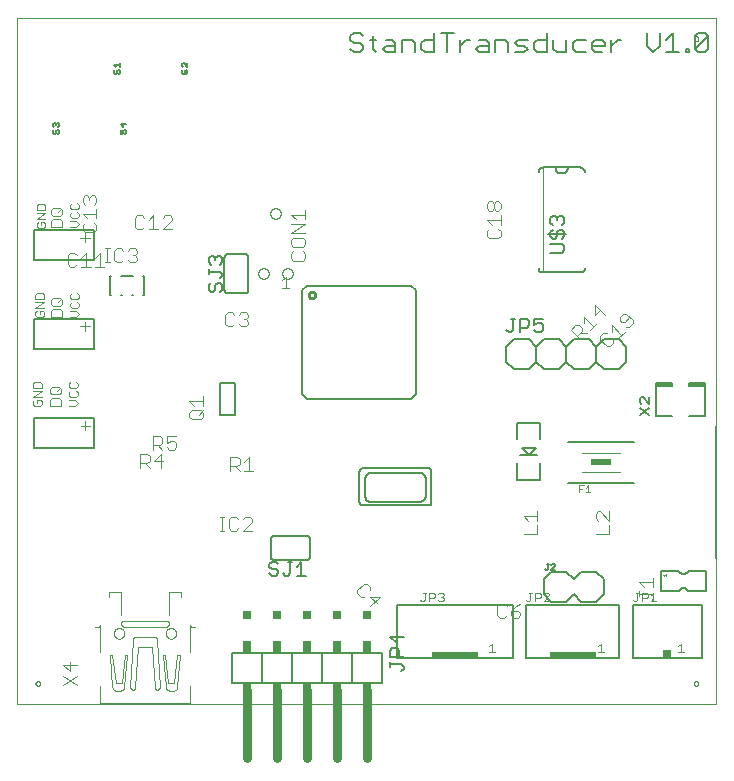
<source format=gbr>
G04 EAGLE Gerber X2 export*
%TF.Part,Single*%
%TF.FileFunction,Legend,Top,1*%
%TF.FilePolarity,Positive*%
%TF.GenerationSoftware,Autodesk,EAGLE,8.6.2*%
%TF.CreationDate,2018-02-22T14:22:40Z*%
G75*
%MOMM*%
%FSLAX34Y34*%
%LPD*%
%AMOC8*
5,1,8,0,0,1.08239X$1,22.5*%
G01*
%ADD10C,0.000000*%
%ADD11C,0.076200*%
%ADD12C,0.152400*%
%ADD13C,0.101600*%
%ADD14C,0.203200*%
%ADD15C,0.254000*%
%ADD16C,0.127000*%
%ADD17C,0.050800*%
%ADD18C,0.762000*%
%ADD19R,0.762000X0.508000*%
%ADD20R,0.762000X1.016000*%
%ADD21R,0.762000X0.762000*%
%ADD22C,0.177800*%
%ADD23R,4.000000X0.500000*%
%ADD24R,0.635000X0.635000*%
%ADD25C,0.025400*%
%ADD26C,0.070000*%
%ADD27R,1.800000X0.600000*%
%ADD28R,1.100000X0.600000*%


D10*
X0Y0D02*
X591820Y0D01*
X591820Y580390D01*
X0Y580390D01*
X0Y0D01*
D11*
X223901Y358696D02*
X227036Y361831D01*
X227036Y352425D01*
X223901Y352425D02*
X230172Y352425D01*
D12*
X292761Y565132D02*
X290050Y567844D01*
X284626Y567844D01*
X281915Y565132D01*
X281915Y562420D01*
X284626Y559709D01*
X290050Y559709D01*
X292761Y556997D01*
X292761Y554285D01*
X290050Y551574D01*
X284626Y551574D01*
X281915Y554285D01*
X300998Y554285D02*
X300998Y565132D01*
X300998Y554285D02*
X303709Y551574D01*
X303709Y562420D02*
X298286Y562420D01*
X311912Y562420D02*
X317335Y562420D01*
X320047Y559709D01*
X320047Y551574D01*
X311912Y551574D01*
X309201Y554285D01*
X311912Y556997D01*
X320047Y556997D01*
X325572Y551574D02*
X325572Y562420D01*
X333707Y562420D01*
X336419Y559709D01*
X336419Y551574D01*
X352790Y551574D02*
X352790Y567844D01*
X352790Y551574D02*
X344655Y551574D01*
X341944Y554285D01*
X341944Y559709D01*
X344655Y562420D01*
X352790Y562420D01*
X363739Y567844D02*
X363739Y551574D01*
X369162Y567844D02*
X358315Y567844D01*
X374687Y562420D02*
X374687Y551574D01*
X374687Y556997D02*
X380110Y562420D01*
X382822Y562420D01*
X391041Y562420D02*
X396465Y562420D01*
X399176Y559709D01*
X399176Y551574D01*
X391041Y551574D01*
X388330Y554285D01*
X391041Y556997D01*
X399176Y556997D01*
X404701Y551574D02*
X404701Y562420D01*
X412836Y562420D01*
X415548Y559709D01*
X415548Y551574D01*
X421073Y551574D02*
X429208Y551574D01*
X431919Y554285D01*
X429208Y556997D01*
X423785Y556997D01*
X421073Y559709D01*
X423785Y562420D01*
X431919Y562420D01*
X448291Y567844D02*
X448291Y551574D01*
X440156Y551574D01*
X437444Y554285D01*
X437444Y559709D01*
X440156Y562420D01*
X448291Y562420D01*
X453816Y562420D02*
X453816Y554285D01*
X456528Y551574D01*
X464663Y551574D01*
X464663Y562420D01*
X472899Y562420D02*
X481034Y562420D01*
X472899Y562420D02*
X470188Y559709D01*
X470188Y554285D01*
X472899Y551574D01*
X481034Y551574D01*
X489271Y551574D02*
X494694Y551574D01*
X489271Y551574D02*
X486559Y554285D01*
X486559Y559709D01*
X489271Y562420D01*
X494694Y562420D01*
X497406Y559709D01*
X497406Y556997D01*
X486559Y556997D01*
X502931Y551574D02*
X502931Y562420D01*
X502931Y556997D02*
X508354Y562420D01*
X511066Y562420D01*
X532945Y567844D02*
X532945Y556997D01*
X538369Y551574D01*
X543792Y556997D01*
X543792Y567844D01*
X549317Y562420D02*
X554740Y567844D01*
X554740Y551574D01*
X549317Y551574D02*
X560163Y551574D01*
X565688Y551574D02*
X565688Y554285D01*
X568400Y554285D01*
X568400Y551574D01*
X565688Y551574D01*
X573874Y554285D02*
X573874Y565132D01*
X576586Y567844D01*
X582009Y567844D01*
X584721Y565132D01*
X584721Y554285D01*
X582009Y551574D01*
X576586Y551574D01*
X573874Y554285D01*
X584721Y565132D01*
D10*
X572516Y17272D02*
X572518Y17362D01*
X572524Y17452D01*
X572534Y17541D01*
X572548Y17630D01*
X572566Y17718D01*
X572587Y17805D01*
X572613Y17891D01*
X572642Y17976D01*
X572675Y18060D01*
X572712Y18142D01*
X572752Y18222D01*
X572796Y18301D01*
X572843Y18377D01*
X572894Y18452D01*
X572947Y18524D01*
X573004Y18593D01*
X573064Y18660D01*
X573127Y18725D01*
X573193Y18786D01*
X573261Y18845D01*
X573332Y18900D01*
X573405Y18952D01*
X573481Y19001D01*
X573558Y19047D01*
X573638Y19089D01*
X573719Y19127D01*
X573802Y19162D01*
X573886Y19193D01*
X573972Y19221D01*
X574058Y19244D01*
X574146Y19264D01*
X574235Y19280D01*
X574324Y19292D01*
X574413Y19300D01*
X574503Y19304D01*
X574593Y19304D01*
X574683Y19300D01*
X574772Y19292D01*
X574861Y19280D01*
X574950Y19264D01*
X575038Y19244D01*
X575124Y19221D01*
X575210Y19193D01*
X575294Y19162D01*
X575377Y19127D01*
X575458Y19089D01*
X575538Y19047D01*
X575615Y19001D01*
X575691Y18952D01*
X575764Y18900D01*
X575835Y18845D01*
X575903Y18786D01*
X575969Y18725D01*
X576032Y18660D01*
X576092Y18593D01*
X576149Y18524D01*
X576202Y18452D01*
X576253Y18377D01*
X576300Y18301D01*
X576344Y18222D01*
X576384Y18142D01*
X576421Y18060D01*
X576454Y17976D01*
X576483Y17891D01*
X576509Y17805D01*
X576530Y17718D01*
X576548Y17630D01*
X576562Y17541D01*
X576572Y17452D01*
X576578Y17362D01*
X576580Y17272D01*
X576578Y17182D01*
X576572Y17092D01*
X576562Y17003D01*
X576548Y16914D01*
X576530Y16826D01*
X576509Y16739D01*
X576483Y16653D01*
X576454Y16568D01*
X576421Y16484D01*
X576384Y16402D01*
X576344Y16322D01*
X576300Y16243D01*
X576253Y16167D01*
X576202Y16092D01*
X576149Y16020D01*
X576092Y15951D01*
X576032Y15884D01*
X575969Y15819D01*
X575903Y15758D01*
X575835Y15699D01*
X575764Y15644D01*
X575691Y15592D01*
X575615Y15543D01*
X575538Y15497D01*
X575458Y15455D01*
X575377Y15417D01*
X575294Y15382D01*
X575210Y15351D01*
X575124Y15323D01*
X575038Y15300D01*
X574950Y15280D01*
X574861Y15264D01*
X574772Y15252D01*
X574683Y15244D01*
X574593Y15240D01*
X574503Y15240D01*
X574413Y15244D01*
X574324Y15252D01*
X574235Y15264D01*
X574146Y15280D01*
X574058Y15300D01*
X573972Y15323D01*
X573886Y15351D01*
X573802Y15382D01*
X573719Y15417D01*
X573638Y15455D01*
X573558Y15497D01*
X573481Y15543D01*
X573405Y15592D01*
X573332Y15644D01*
X573261Y15699D01*
X573193Y15758D01*
X573127Y15819D01*
X573064Y15884D01*
X573004Y15951D01*
X572947Y16020D01*
X572894Y16092D01*
X572843Y16167D01*
X572796Y16243D01*
X572752Y16322D01*
X572712Y16402D01*
X572675Y16484D01*
X572642Y16568D01*
X572613Y16653D01*
X572587Y16739D01*
X572566Y16826D01*
X572548Y16914D01*
X572534Y17003D01*
X572524Y17092D01*
X572518Y17182D01*
X572516Y17272D01*
X15240Y17272D02*
X15242Y17362D01*
X15248Y17452D01*
X15258Y17541D01*
X15272Y17630D01*
X15290Y17718D01*
X15311Y17805D01*
X15337Y17891D01*
X15366Y17976D01*
X15399Y18060D01*
X15436Y18142D01*
X15476Y18222D01*
X15520Y18301D01*
X15567Y18377D01*
X15618Y18452D01*
X15671Y18524D01*
X15728Y18593D01*
X15788Y18660D01*
X15851Y18725D01*
X15917Y18786D01*
X15985Y18845D01*
X16056Y18900D01*
X16129Y18952D01*
X16205Y19001D01*
X16282Y19047D01*
X16362Y19089D01*
X16443Y19127D01*
X16526Y19162D01*
X16610Y19193D01*
X16696Y19221D01*
X16782Y19244D01*
X16870Y19264D01*
X16959Y19280D01*
X17048Y19292D01*
X17137Y19300D01*
X17227Y19304D01*
X17317Y19304D01*
X17407Y19300D01*
X17496Y19292D01*
X17585Y19280D01*
X17674Y19264D01*
X17762Y19244D01*
X17848Y19221D01*
X17934Y19193D01*
X18018Y19162D01*
X18101Y19127D01*
X18182Y19089D01*
X18262Y19047D01*
X18339Y19001D01*
X18415Y18952D01*
X18488Y18900D01*
X18559Y18845D01*
X18627Y18786D01*
X18693Y18725D01*
X18756Y18660D01*
X18816Y18593D01*
X18873Y18524D01*
X18926Y18452D01*
X18977Y18377D01*
X19024Y18301D01*
X19068Y18222D01*
X19108Y18142D01*
X19145Y18060D01*
X19178Y17976D01*
X19207Y17891D01*
X19233Y17805D01*
X19254Y17718D01*
X19272Y17630D01*
X19286Y17541D01*
X19296Y17452D01*
X19302Y17362D01*
X19304Y17272D01*
X19302Y17182D01*
X19296Y17092D01*
X19286Y17003D01*
X19272Y16914D01*
X19254Y16826D01*
X19233Y16739D01*
X19207Y16653D01*
X19178Y16568D01*
X19145Y16484D01*
X19108Y16402D01*
X19068Y16322D01*
X19024Y16243D01*
X18977Y16167D01*
X18926Y16092D01*
X18873Y16020D01*
X18816Y15951D01*
X18756Y15884D01*
X18693Y15819D01*
X18627Y15758D01*
X18559Y15699D01*
X18488Y15644D01*
X18415Y15592D01*
X18339Y15543D01*
X18262Y15497D01*
X18182Y15455D01*
X18101Y15417D01*
X18018Y15382D01*
X17934Y15351D01*
X17848Y15323D01*
X17762Y15300D01*
X17674Y15280D01*
X17585Y15264D01*
X17496Y15252D01*
X17407Y15244D01*
X17317Y15240D01*
X17227Y15240D01*
X17137Y15244D01*
X17048Y15252D01*
X16959Y15264D01*
X16870Y15280D01*
X16782Y15300D01*
X16696Y15323D01*
X16610Y15351D01*
X16526Y15382D01*
X16443Y15417D01*
X16362Y15455D01*
X16282Y15497D01*
X16205Y15543D01*
X16129Y15592D01*
X16056Y15644D01*
X15985Y15699D01*
X15917Y15758D01*
X15851Y15819D01*
X15788Y15884D01*
X15728Y15951D01*
X15671Y16020D01*
X15618Y16092D01*
X15567Y16167D01*
X15520Y16243D01*
X15476Y16322D01*
X15436Y16402D01*
X15399Y16484D01*
X15366Y16568D01*
X15337Y16653D01*
X15311Y16739D01*
X15290Y16826D01*
X15272Y16914D01*
X15258Y17003D01*
X15248Y17092D01*
X15242Y17182D01*
X15240Y17272D01*
X572516Y563118D02*
X572518Y563208D01*
X572524Y563298D01*
X572534Y563387D01*
X572548Y563476D01*
X572566Y563564D01*
X572587Y563651D01*
X572613Y563737D01*
X572642Y563822D01*
X572675Y563906D01*
X572712Y563988D01*
X572752Y564068D01*
X572796Y564147D01*
X572843Y564223D01*
X572894Y564298D01*
X572947Y564370D01*
X573004Y564439D01*
X573064Y564506D01*
X573127Y564571D01*
X573193Y564632D01*
X573261Y564691D01*
X573332Y564746D01*
X573405Y564798D01*
X573481Y564847D01*
X573558Y564893D01*
X573638Y564935D01*
X573719Y564973D01*
X573802Y565008D01*
X573886Y565039D01*
X573972Y565067D01*
X574058Y565090D01*
X574146Y565110D01*
X574235Y565126D01*
X574324Y565138D01*
X574413Y565146D01*
X574503Y565150D01*
X574593Y565150D01*
X574683Y565146D01*
X574772Y565138D01*
X574861Y565126D01*
X574950Y565110D01*
X575038Y565090D01*
X575124Y565067D01*
X575210Y565039D01*
X575294Y565008D01*
X575377Y564973D01*
X575458Y564935D01*
X575538Y564893D01*
X575615Y564847D01*
X575691Y564798D01*
X575764Y564746D01*
X575835Y564691D01*
X575903Y564632D01*
X575969Y564571D01*
X576032Y564506D01*
X576092Y564439D01*
X576149Y564370D01*
X576202Y564298D01*
X576253Y564223D01*
X576300Y564147D01*
X576344Y564068D01*
X576384Y563988D01*
X576421Y563906D01*
X576454Y563822D01*
X576483Y563737D01*
X576509Y563651D01*
X576530Y563564D01*
X576548Y563476D01*
X576562Y563387D01*
X576572Y563298D01*
X576578Y563208D01*
X576580Y563118D01*
X576578Y563028D01*
X576572Y562938D01*
X576562Y562849D01*
X576548Y562760D01*
X576530Y562672D01*
X576509Y562585D01*
X576483Y562499D01*
X576454Y562414D01*
X576421Y562330D01*
X576384Y562248D01*
X576344Y562168D01*
X576300Y562089D01*
X576253Y562013D01*
X576202Y561938D01*
X576149Y561866D01*
X576092Y561797D01*
X576032Y561730D01*
X575969Y561665D01*
X575903Y561604D01*
X575835Y561545D01*
X575764Y561490D01*
X575691Y561438D01*
X575615Y561389D01*
X575538Y561343D01*
X575458Y561301D01*
X575377Y561263D01*
X575294Y561228D01*
X575210Y561197D01*
X575124Y561169D01*
X575038Y561146D01*
X574950Y561126D01*
X574861Y561110D01*
X574772Y561098D01*
X574683Y561090D01*
X574593Y561086D01*
X574503Y561086D01*
X574413Y561090D01*
X574324Y561098D01*
X574235Y561110D01*
X574146Y561126D01*
X574058Y561146D01*
X573972Y561169D01*
X573886Y561197D01*
X573802Y561228D01*
X573719Y561263D01*
X573638Y561301D01*
X573558Y561343D01*
X573481Y561389D01*
X573405Y561438D01*
X573332Y561490D01*
X573261Y561545D01*
X573193Y561604D01*
X573127Y561665D01*
X573064Y561730D01*
X573004Y561797D01*
X572947Y561866D01*
X572894Y561938D01*
X572843Y562013D01*
X572796Y562089D01*
X572752Y562168D01*
X572712Y562248D01*
X572675Y562330D01*
X572642Y562414D01*
X572613Y562499D01*
X572587Y562585D01*
X572566Y562672D01*
X572548Y562760D01*
X572534Y562849D01*
X572524Y562938D01*
X572518Y563028D01*
X572516Y563118D01*
D11*
X36703Y252603D02*
X27297Y252603D01*
X36703Y252603D02*
X36703Y257306D01*
X35135Y258874D01*
X28865Y258874D01*
X27297Y257306D01*
X27297Y252603D01*
X28865Y261958D02*
X35135Y261958D01*
X28865Y261958D02*
X27297Y263526D01*
X27297Y266661D01*
X28865Y268229D01*
X35135Y268229D01*
X36703Y266661D01*
X36703Y263526D01*
X35135Y261958D01*
X33568Y265094D02*
X36703Y268229D01*
X37719Y327787D02*
X28313Y327787D01*
X37719Y327787D02*
X37719Y332490D01*
X36151Y334058D01*
X29881Y334058D01*
X28313Y332490D01*
X28313Y327787D01*
X29881Y337142D02*
X36151Y337142D01*
X29881Y337142D02*
X28313Y338710D01*
X28313Y341845D01*
X29881Y343413D01*
X36151Y343413D01*
X37719Y341845D01*
X37719Y338710D01*
X36151Y337142D01*
X34584Y340278D02*
X37719Y343413D01*
X37719Y403987D02*
X28313Y403987D01*
X37719Y403987D02*
X37719Y408690D01*
X36151Y410258D01*
X29881Y410258D01*
X28313Y408690D01*
X28313Y403987D01*
X29881Y413342D02*
X36151Y413342D01*
X29881Y413342D02*
X28313Y414910D01*
X28313Y418045D01*
X29881Y419613D01*
X36151Y419613D01*
X37719Y418045D01*
X37719Y414910D01*
X36151Y413342D01*
X34584Y416478D02*
X37719Y419613D01*
X14303Y257518D02*
X13075Y256289D01*
X13075Y253832D01*
X14303Y252603D01*
X19218Y252603D01*
X20447Y253832D01*
X20447Y256289D01*
X19218Y257518D01*
X16761Y257518D01*
X16761Y255060D01*
X20447Y260087D02*
X13075Y260087D01*
X20447Y265002D01*
X13075Y265002D01*
X13075Y267571D02*
X20447Y267571D01*
X20447Y271257D01*
X19218Y272486D01*
X14303Y272486D01*
X13075Y271257D01*
X13075Y267571D01*
X43555Y252603D02*
X48470Y252603D01*
X50927Y255060D01*
X48470Y257518D01*
X43555Y257518D01*
X43555Y263773D02*
X44783Y265002D01*
X43555Y263773D02*
X43555Y261316D01*
X44783Y260087D01*
X49698Y260087D01*
X50927Y261316D01*
X50927Y263773D01*
X49698Y265002D01*
X43555Y271257D02*
X44783Y272486D01*
X43555Y271257D02*
X43555Y268800D01*
X44783Y267571D01*
X49698Y267571D01*
X50927Y268800D01*
X50927Y271257D01*
X49698Y272486D01*
X15107Y331473D02*
X16335Y332702D01*
X15107Y331473D02*
X15107Y329016D01*
X16335Y327787D01*
X21250Y327787D01*
X22479Y329016D01*
X22479Y331473D01*
X21250Y332702D01*
X18793Y332702D01*
X18793Y330244D01*
X22479Y335271D02*
X15107Y335271D01*
X22479Y340186D01*
X15107Y340186D01*
X15107Y342755D02*
X22479Y342755D01*
X22479Y346441D01*
X21250Y347670D01*
X16335Y347670D01*
X15107Y346441D01*
X15107Y342755D01*
X16123Y406657D02*
X17351Y407886D01*
X16123Y406657D02*
X16123Y404200D01*
X17351Y402971D01*
X22266Y402971D01*
X23495Y404200D01*
X23495Y406657D01*
X22266Y407886D01*
X19809Y407886D01*
X19809Y405428D01*
X23495Y410455D02*
X16123Y410455D01*
X23495Y415370D01*
X16123Y415370D01*
X16123Y417939D02*
X23495Y417939D01*
X23495Y421625D01*
X22266Y422854D01*
X17351Y422854D01*
X16123Y421625D01*
X16123Y417939D01*
X44571Y327787D02*
X49486Y327787D01*
X51943Y330244D01*
X49486Y332702D01*
X44571Y332702D01*
X44571Y338957D02*
X45799Y340186D01*
X44571Y338957D02*
X44571Y336500D01*
X45799Y335271D01*
X50714Y335271D01*
X51943Y336500D01*
X51943Y338957D01*
X50714Y340186D01*
X44571Y346441D02*
X45799Y347670D01*
X44571Y346441D02*
X44571Y343984D01*
X45799Y342755D01*
X50714Y342755D01*
X51943Y343984D01*
X51943Y346441D01*
X50714Y347670D01*
X49486Y403987D02*
X44571Y403987D01*
X49486Y403987D02*
X51943Y406444D01*
X49486Y408902D01*
X44571Y408902D01*
X44571Y415157D02*
X45799Y416386D01*
X44571Y415157D02*
X44571Y412700D01*
X45799Y411471D01*
X50714Y411471D01*
X51943Y412700D01*
X51943Y415157D01*
X50714Y416386D01*
X44571Y422641D02*
X45799Y423870D01*
X44571Y422641D02*
X44571Y420184D01*
X45799Y418955D01*
X50714Y418955D01*
X51943Y420184D01*
X51943Y422641D01*
X50714Y423870D01*
D13*
X231638Y381219D02*
X233587Y383168D01*
X231638Y381219D02*
X231638Y377321D01*
X233587Y375372D01*
X241383Y375372D01*
X243332Y377321D01*
X243332Y381219D01*
X241383Y383168D01*
X231638Y389015D02*
X231638Y392913D01*
X231638Y389015D02*
X233587Y387066D01*
X241383Y387066D01*
X243332Y389015D01*
X243332Y392913D01*
X241383Y394862D01*
X233587Y394862D01*
X231638Y392913D01*
X231638Y398760D02*
X243332Y398760D01*
X243332Y406556D02*
X231638Y398760D01*
X231638Y406556D02*
X243332Y406556D01*
X235536Y410454D02*
X231638Y414352D01*
X243332Y414352D01*
X243332Y410454D02*
X243332Y418250D01*
D10*
X213995Y415290D02*
X213997Y415423D01*
X214003Y415556D01*
X214013Y415688D01*
X214027Y415821D01*
X214045Y415952D01*
X214066Y416084D01*
X214092Y416214D01*
X214122Y416344D01*
X214155Y416473D01*
X214192Y416600D01*
X214234Y416727D01*
X214278Y416852D01*
X214327Y416976D01*
X214379Y417098D01*
X214435Y417219D01*
X214495Y417338D01*
X214558Y417455D01*
X214624Y417570D01*
X214694Y417683D01*
X214767Y417794D01*
X214844Y417903D01*
X214924Y418009D01*
X215007Y418113D01*
X215093Y418215D01*
X215182Y418313D01*
X215273Y418409D01*
X215368Y418503D01*
X215466Y418593D01*
X215566Y418681D01*
X215669Y418765D01*
X215774Y418847D01*
X215881Y418925D01*
X215991Y419000D01*
X216103Y419071D01*
X216218Y419139D01*
X216334Y419204D01*
X216452Y419266D01*
X216572Y419323D01*
X216693Y419377D01*
X216816Y419428D01*
X216941Y419474D01*
X217066Y419517D01*
X217194Y419557D01*
X217322Y419592D01*
X217451Y419624D01*
X217581Y419651D01*
X217712Y419675D01*
X217843Y419695D01*
X217975Y419711D01*
X218108Y419723D01*
X218241Y419731D01*
X218374Y419735D01*
X218506Y419735D01*
X218639Y419731D01*
X218772Y419723D01*
X218905Y419711D01*
X219037Y419695D01*
X219168Y419675D01*
X219299Y419651D01*
X219429Y419624D01*
X219558Y419592D01*
X219686Y419557D01*
X219814Y419517D01*
X219939Y419474D01*
X220064Y419428D01*
X220187Y419377D01*
X220308Y419323D01*
X220428Y419266D01*
X220546Y419204D01*
X220663Y419139D01*
X220777Y419071D01*
X220889Y419000D01*
X220999Y418925D01*
X221106Y418847D01*
X221211Y418765D01*
X221314Y418681D01*
X221414Y418593D01*
X221512Y418503D01*
X221607Y418409D01*
X221698Y418313D01*
X221787Y418215D01*
X221873Y418113D01*
X221956Y418009D01*
X222036Y417903D01*
X222113Y417794D01*
X222186Y417683D01*
X222256Y417570D01*
X222322Y417455D01*
X222385Y417338D01*
X222445Y417219D01*
X222501Y417098D01*
X222553Y416976D01*
X222602Y416852D01*
X222646Y416727D01*
X222688Y416600D01*
X222725Y416473D01*
X222758Y416344D01*
X222788Y416214D01*
X222814Y416084D01*
X222835Y415952D01*
X222853Y415821D01*
X222867Y415688D01*
X222877Y415556D01*
X222883Y415423D01*
X222885Y415290D01*
X222883Y415157D01*
X222877Y415024D01*
X222867Y414892D01*
X222853Y414759D01*
X222835Y414628D01*
X222814Y414496D01*
X222788Y414366D01*
X222758Y414236D01*
X222725Y414107D01*
X222688Y413980D01*
X222646Y413853D01*
X222602Y413728D01*
X222553Y413604D01*
X222501Y413482D01*
X222445Y413361D01*
X222385Y413242D01*
X222322Y413125D01*
X222256Y413010D01*
X222186Y412897D01*
X222113Y412786D01*
X222036Y412677D01*
X221956Y412571D01*
X221873Y412467D01*
X221787Y412365D01*
X221698Y412267D01*
X221607Y412171D01*
X221512Y412077D01*
X221414Y411987D01*
X221314Y411899D01*
X221211Y411815D01*
X221106Y411733D01*
X220999Y411655D01*
X220889Y411580D01*
X220777Y411509D01*
X220662Y411441D01*
X220546Y411376D01*
X220428Y411314D01*
X220308Y411257D01*
X220187Y411203D01*
X220064Y411152D01*
X219939Y411106D01*
X219814Y411063D01*
X219686Y411023D01*
X219558Y410988D01*
X219429Y410956D01*
X219299Y410929D01*
X219168Y410905D01*
X219037Y410885D01*
X218905Y410869D01*
X218772Y410857D01*
X218639Y410849D01*
X218506Y410845D01*
X218374Y410845D01*
X218241Y410849D01*
X218108Y410857D01*
X217975Y410869D01*
X217843Y410885D01*
X217712Y410905D01*
X217581Y410929D01*
X217451Y410956D01*
X217322Y410988D01*
X217194Y411023D01*
X217066Y411063D01*
X216941Y411106D01*
X216816Y411152D01*
X216693Y411203D01*
X216572Y411257D01*
X216452Y411314D01*
X216334Y411376D01*
X216217Y411441D01*
X216103Y411509D01*
X215991Y411580D01*
X215881Y411655D01*
X215774Y411733D01*
X215669Y411815D01*
X215566Y411899D01*
X215466Y411987D01*
X215368Y412077D01*
X215273Y412171D01*
X215182Y412267D01*
X215093Y412365D01*
X215007Y412467D01*
X214924Y412571D01*
X214844Y412677D01*
X214767Y412786D01*
X214694Y412897D01*
X214624Y413010D01*
X214558Y413125D01*
X214495Y413242D01*
X214435Y413361D01*
X214379Y413482D01*
X214327Y413604D01*
X214278Y413728D01*
X214234Y413853D01*
X214192Y413980D01*
X214155Y414107D01*
X214122Y414236D01*
X214092Y414366D01*
X214066Y414496D01*
X214045Y414628D01*
X214027Y414759D01*
X214013Y414892D01*
X214003Y415024D01*
X213997Y415157D01*
X213995Y415290D01*
X203835Y364490D02*
X203837Y364623D01*
X203843Y364756D01*
X203853Y364888D01*
X203867Y365021D01*
X203885Y365152D01*
X203906Y365284D01*
X203932Y365414D01*
X203962Y365544D01*
X203995Y365673D01*
X204032Y365800D01*
X204074Y365927D01*
X204118Y366052D01*
X204167Y366176D01*
X204219Y366298D01*
X204275Y366419D01*
X204335Y366538D01*
X204398Y366655D01*
X204464Y366770D01*
X204534Y366883D01*
X204607Y366994D01*
X204684Y367103D01*
X204764Y367209D01*
X204847Y367313D01*
X204933Y367415D01*
X205022Y367513D01*
X205113Y367609D01*
X205208Y367703D01*
X205306Y367793D01*
X205406Y367881D01*
X205509Y367965D01*
X205614Y368047D01*
X205721Y368125D01*
X205831Y368200D01*
X205943Y368271D01*
X206058Y368339D01*
X206174Y368404D01*
X206292Y368466D01*
X206412Y368523D01*
X206533Y368577D01*
X206656Y368628D01*
X206781Y368674D01*
X206906Y368717D01*
X207034Y368757D01*
X207162Y368792D01*
X207291Y368824D01*
X207421Y368851D01*
X207552Y368875D01*
X207683Y368895D01*
X207815Y368911D01*
X207948Y368923D01*
X208081Y368931D01*
X208214Y368935D01*
X208346Y368935D01*
X208479Y368931D01*
X208612Y368923D01*
X208745Y368911D01*
X208877Y368895D01*
X209008Y368875D01*
X209139Y368851D01*
X209269Y368824D01*
X209398Y368792D01*
X209526Y368757D01*
X209654Y368717D01*
X209779Y368674D01*
X209904Y368628D01*
X210027Y368577D01*
X210148Y368523D01*
X210268Y368466D01*
X210386Y368404D01*
X210503Y368339D01*
X210617Y368271D01*
X210729Y368200D01*
X210839Y368125D01*
X210946Y368047D01*
X211051Y367965D01*
X211154Y367881D01*
X211254Y367793D01*
X211352Y367703D01*
X211447Y367609D01*
X211538Y367513D01*
X211627Y367415D01*
X211713Y367313D01*
X211796Y367209D01*
X211876Y367103D01*
X211953Y366994D01*
X212026Y366883D01*
X212096Y366770D01*
X212162Y366655D01*
X212225Y366538D01*
X212285Y366419D01*
X212341Y366298D01*
X212393Y366176D01*
X212442Y366052D01*
X212486Y365927D01*
X212528Y365800D01*
X212565Y365673D01*
X212598Y365544D01*
X212628Y365414D01*
X212654Y365284D01*
X212675Y365152D01*
X212693Y365021D01*
X212707Y364888D01*
X212717Y364756D01*
X212723Y364623D01*
X212725Y364490D01*
X212723Y364357D01*
X212717Y364224D01*
X212707Y364092D01*
X212693Y363959D01*
X212675Y363828D01*
X212654Y363696D01*
X212628Y363566D01*
X212598Y363436D01*
X212565Y363307D01*
X212528Y363180D01*
X212486Y363053D01*
X212442Y362928D01*
X212393Y362804D01*
X212341Y362682D01*
X212285Y362561D01*
X212225Y362442D01*
X212162Y362325D01*
X212096Y362210D01*
X212026Y362097D01*
X211953Y361986D01*
X211876Y361877D01*
X211796Y361771D01*
X211713Y361667D01*
X211627Y361565D01*
X211538Y361467D01*
X211447Y361371D01*
X211352Y361277D01*
X211254Y361187D01*
X211154Y361099D01*
X211051Y361015D01*
X210946Y360933D01*
X210839Y360855D01*
X210729Y360780D01*
X210617Y360709D01*
X210502Y360641D01*
X210386Y360576D01*
X210268Y360514D01*
X210148Y360457D01*
X210027Y360403D01*
X209904Y360352D01*
X209779Y360306D01*
X209654Y360263D01*
X209526Y360223D01*
X209398Y360188D01*
X209269Y360156D01*
X209139Y360129D01*
X209008Y360105D01*
X208877Y360085D01*
X208745Y360069D01*
X208612Y360057D01*
X208479Y360049D01*
X208346Y360045D01*
X208214Y360045D01*
X208081Y360049D01*
X207948Y360057D01*
X207815Y360069D01*
X207683Y360085D01*
X207552Y360105D01*
X207421Y360129D01*
X207291Y360156D01*
X207162Y360188D01*
X207034Y360223D01*
X206906Y360263D01*
X206781Y360306D01*
X206656Y360352D01*
X206533Y360403D01*
X206412Y360457D01*
X206292Y360514D01*
X206174Y360576D01*
X206057Y360641D01*
X205943Y360709D01*
X205831Y360780D01*
X205721Y360855D01*
X205614Y360933D01*
X205509Y361015D01*
X205406Y361099D01*
X205306Y361187D01*
X205208Y361277D01*
X205113Y361371D01*
X205022Y361467D01*
X204933Y361565D01*
X204847Y361667D01*
X204764Y361771D01*
X204684Y361877D01*
X204607Y361986D01*
X204534Y362097D01*
X204464Y362210D01*
X204398Y362325D01*
X204335Y362442D01*
X204275Y362561D01*
X204219Y362682D01*
X204167Y362804D01*
X204118Y362928D01*
X204074Y363053D01*
X204032Y363180D01*
X203995Y363307D01*
X203962Y363436D01*
X203932Y363566D01*
X203906Y363696D01*
X203885Y363828D01*
X203867Y363959D01*
X203853Y364092D01*
X203843Y364224D01*
X203837Y364357D01*
X203835Y364490D01*
X224155Y364490D02*
X224157Y364623D01*
X224163Y364756D01*
X224173Y364888D01*
X224187Y365021D01*
X224205Y365152D01*
X224226Y365284D01*
X224252Y365414D01*
X224282Y365544D01*
X224315Y365673D01*
X224352Y365800D01*
X224394Y365927D01*
X224438Y366052D01*
X224487Y366176D01*
X224539Y366298D01*
X224595Y366419D01*
X224655Y366538D01*
X224718Y366655D01*
X224784Y366770D01*
X224854Y366883D01*
X224927Y366994D01*
X225004Y367103D01*
X225084Y367209D01*
X225167Y367313D01*
X225253Y367415D01*
X225342Y367513D01*
X225433Y367609D01*
X225528Y367703D01*
X225626Y367793D01*
X225726Y367881D01*
X225829Y367965D01*
X225934Y368047D01*
X226041Y368125D01*
X226151Y368200D01*
X226263Y368271D01*
X226378Y368339D01*
X226494Y368404D01*
X226612Y368466D01*
X226732Y368523D01*
X226853Y368577D01*
X226976Y368628D01*
X227101Y368674D01*
X227226Y368717D01*
X227354Y368757D01*
X227482Y368792D01*
X227611Y368824D01*
X227741Y368851D01*
X227872Y368875D01*
X228003Y368895D01*
X228135Y368911D01*
X228268Y368923D01*
X228401Y368931D01*
X228534Y368935D01*
X228666Y368935D01*
X228799Y368931D01*
X228932Y368923D01*
X229065Y368911D01*
X229197Y368895D01*
X229328Y368875D01*
X229459Y368851D01*
X229589Y368824D01*
X229718Y368792D01*
X229846Y368757D01*
X229974Y368717D01*
X230099Y368674D01*
X230224Y368628D01*
X230347Y368577D01*
X230468Y368523D01*
X230588Y368466D01*
X230706Y368404D01*
X230823Y368339D01*
X230937Y368271D01*
X231049Y368200D01*
X231159Y368125D01*
X231266Y368047D01*
X231371Y367965D01*
X231474Y367881D01*
X231574Y367793D01*
X231672Y367703D01*
X231767Y367609D01*
X231858Y367513D01*
X231947Y367415D01*
X232033Y367313D01*
X232116Y367209D01*
X232196Y367103D01*
X232273Y366994D01*
X232346Y366883D01*
X232416Y366770D01*
X232482Y366655D01*
X232545Y366538D01*
X232605Y366419D01*
X232661Y366298D01*
X232713Y366176D01*
X232762Y366052D01*
X232806Y365927D01*
X232848Y365800D01*
X232885Y365673D01*
X232918Y365544D01*
X232948Y365414D01*
X232974Y365284D01*
X232995Y365152D01*
X233013Y365021D01*
X233027Y364888D01*
X233037Y364756D01*
X233043Y364623D01*
X233045Y364490D01*
X233043Y364357D01*
X233037Y364224D01*
X233027Y364092D01*
X233013Y363959D01*
X232995Y363828D01*
X232974Y363696D01*
X232948Y363566D01*
X232918Y363436D01*
X232885Y363307D01*
X232848Y363180D01*
X232806Y363053D01*
X232762Y362928D01*
X232713Y362804D01*
X232661Y362682D01*
X232605Y362561D01*
X232545Y362442D01*
X232482Y362325D01*
X232416Y362210D01*
X232346Y362097D01*
X232273Y361986D01*
X232196Y361877D01*
X232116Y361771D01*
X232033Y361667D01*
X231947Y361565D01*
X231858Y361467D01*
X231767Y361371D01*
X231672Y361277D01*
X231574Y361187D01*
X231474Y361099D01*
X231371Y361015D01*
X231266Y360933D01*
X231159Y360855D01*
X231049Y360780D01*
X230937Y360709D01*
X230822Y360641D01*
X230706Y360576D01*
X230588Y360514D01*
X230468Y360457D01*
X230347Y360403D01*
X230224Y360352D01*
X230099Y360306D01*
X229974Y360263D01*
X229846Y360223D01*
X229718Y360188D01*
X229589Y360156D01*
X229459Y360129D01*
X229328Y360105D01*
X229197Y360085D01*
X229065Y360069D01*
X228932Y360057D01*
X228799Y360049D01*
X228666Y360045D01*
X228534Y360045D01*
X228401Y360049D01*
X228268Y360057D01*
X228135Y360069D01*
X228003Y360085D01*
X227872Y360105D01*
X227741Y360129D01*
X227611Y360156D01*
X227482Y360188D01*
X227354Y360223D01*
X227226Y360263D01*
X227101Y360306D01*
X226976Y360352D01*
X226853Y360403D01*
X226732Y360457D01*
X226612Y360514D01*
X226494Y360576D01*
X226377Y360641D01*
X226263Y360709D01*
X226151Y360780D01*
X226041Y360855D01*
X225934Y360933D01*
X225829Y361015D01*
X225726Y361099D01*
X225626Y361187D01*
X225528Y361277D01*
X225433Y361371D01*
X225342Y361467D01*
X225253Y361565D01*
X225167Y361667D01*
X225084Y361771D01*
X225004Y361877D01*
X224927Y361986D01*
X224854Y362097D01*
X224784Y362210D01*
X224718Y362325D01*
X224655Y362442D01*
X224595Y362561D01*
X224539Y362682D01*
X224487Y362804D01*
X224438Y362928D01*
X224394Y363053D01*
X224352Y363180D01*
X224315Y363307D01*
X224282Y363436D01*
X224252Y363566D01*
X224226Y363696D01*
X224205Y363828D01*
X224187Y363959D01*
X224173Y364092D01*
X224163Y364224D01*
X224157Y364357D01*
X224155Y364490D01*
D14*
X442816Y237868D02*
X442816Y223868D01*
X442816Y237868D02*
X422816Y237868D01*
X422816Y223868D01*
X442816Y203868D02*
X442816Y189868D01*
X422816Y189868D01*
X422816Y203868D01*
X432816Y210868D02*
X439816Y210868D01*
X432816Y210868D02*
X425816Y210868D01*
X432816Y210868D02*
X438816Y216868D01*
X426816Y216868D01*
X432816Y210868D01*
X245306Y354070D02*
X241306Y350070D01*
X245306Y354070D02*
X333306Y354070D01*
X337306Y350070D01*
X337306Y262070D01*
X333306Y258070D01*
X245306Y258070D01*
X241306Y262070D01*
X241306Y350070D01*
D15*
X246479Y346070D02*
X246481Y346176D01*
X246487Y346281D01*
X246497Y346387D01*
X246511Y346491D01*
X246528Y346596D01*
X246550Y346699D01*
X246575Y346802D01*
X246605Y346903D01*
X246638Y347004D01*
X246674Y347103D01*
X246715Y347200D01*
X246759Y347297D01*
X246807Y347391D01*
X246858Y347484D01*
X246912Y347574D01*
X246970Y347663D01*
X247031Y347749D01*
X247096Y347833D01*
X247163Y347914D01*
X247234Y347993D01*
X247307Y348069D01*
X247383Y348142D01*
X247462Y348213D01*
X247543Y348280D01*
X247627Y348345D01*
X247713Y348406D01*
X247802Y348464D01*
X247893Y348518D01*
X247985Y348569D01*
X248079Y348617D01*
X248176Y348661D01*
X248273Y348702D01*
X248372Y348738D01*
X248473Y348771D01*
X248574Y348801D01*
X248677Y348826D01*
X248780Y348848D01*
X248885Y348865D01*
X248989Y348879D01*
X249095Y348889D01*
X249200Y348895D01*
X249306Y348897D01*
X249412Y348895D01*
X249517Y348889D01*
X249623Y348879D01*
X249727Y348865D01*
X249832Y348848D01*
X249935Y348826D01*
X250038Y348801D01*
X250139Y348771D01*
X250240Y348738D01*
X250339Y348702D01*
X250436Y348661D01*
X250533Y348617D01*
X250627Y348569D01*
X250720Y348518D01*
X250810Y348464D01*
X250899Y348406D01*
X250985Y348345D01*
X251069Y348280D01*
X251150Y348213D01*
X251229Y348142D01*
X251305Y348069D01*
X251378Y347993D01*
X251449Y347914D01*
X251516Y347833D01*
X251581Y347749D01*
X251642Y347663D01*
X251700Y347574D01*
X251754Y347483D01*
X251805Y347391D01*
X251853Y347297D01*
X251897Y347200D01*
X251938Y347103D01*
X251974Y347004D01*
X252007Y346903D01*
X252037Y346802D01*
X252062Y346699D01*
X252084Y346596D01*
X252101Y346491D01*
X252115Y346387D01*
X252125Y346281D01*
X252131Y346176D01*
X252133Y346070D01*
X252131Y345964D01*
X252125Y345859D01*
X252115Y345753D01*
X252101Y345649D01*
X252084Y345544D01*
X252062Y345441D01*
X252037Y345338D01*
X252007Y345237D01*
X251974Y345136D01*
X251938Y345037D01*
X251897Y344940D01*
X251853Y344843D01*
X251805Y344749D01*
X251754Y344656D01*
X251700Y344566D01*
X251642Y344477D01*
X251581Y344391D01*
X251516Y344307D01*
X251449Y344226D01*
X251378Y344147D01*
X251305Y344071D01*
X251229Y343998D01*
X251150Y343927D01*
X251069Y343860D01*
X250985Y343795D01*
X250899Y343734D01*
X250810Y343676D01*
X250719Y343622D01*
X250627Y343571D01*
X250533Y343523D01*
X250436Y343479D01*
X250339Y343438D01*
X250240Y343402D01*
X250139Y343369D01*
X250038Y343339D01*
X249935Y343314D01*
X249832Y343292D01*
X249727Y343275D01*
X249623Y343261D01*
X249517Y343251D01*
X249412Y343245D01*
X249306Y343243D01*
X249200Y343245D01*
X249095Y343251D01*
X248989Y343261D01*
X248885Y343275D01*
X248780Y343292D01*
X248677Y343314D01*
X248574Y343339D01*
X248473Y343369D01*
X248372Y343402D01*
X248273Y343438D01*
X248176Y343479D01*
X248079Y343523D01*
X247985Y343571D01*
X247892Y343622D01*
X247802Y343676D01*
X247713Y343734D01*
X247627Y343795D01*
X247543Y343860D01*
X247462Y343927D01*
X247383Y343998D01*
X247307Y344071D01*
X247234Y344147D01*
X247163Y344226D01*
X247096Y344307D01*
X247031Y344391D01*
X246970Y344477D01*
X246912Y344566D01*
X246858Y344657D01*
X246807Y344749D01*
X246759Y344843D01*
X246715Y344940D01*
X246674Y345037D01*
X246638Y345136D01*
X246605Y345237D01*
X246575Y345338D01*
X246550Y345441D01*
X246528Y345544D01*
X246511Y345649D01*
X246497Y345753D01*
X246487Y345859D01*
X246481Y345964D01*
X246479Y346070D01*
D13*
X183691Y329531D02*
X181742Y331480D01*
X177844Y331480D01*
X175895Y329531D01*
X175895Y321735D01*
X177844Y319786D01*
X181742Y319786D01*
X183691Y321735D01*
X187589Y329531D02*
X189538Y331480D01*
X193436Y331480D01*
X195385Y329531D01*
X195385Y327582D01*
X193436Y325633D01*
X191487Y325633D01*
X193436Y325633D02*
X195385Y323684D01*
X195385Y321735D01*
X193436Y319786D01*
X189538Y319786D01*
X187589Y321735D01*
D16*
X292393Y199546D02*
X292290Y199544D01*
X292187Y199538D01*
X292084Y199529D01*
X291981Y199516D01*
X291879Y199499D01*
X291778Y199478D01*
X291678Y199454D01*
X291578Y199426D01*
X291480Y199395D01*
X291383Y199359D01*
X291287Y199321D01*
X291193Y199279D01*
X291100Y199233D01*
X291009Y199184D01*
X290920Y199132D01*
X290833Y199077D01*
X290748Y199018D01*
X290665Y198956D01*
X290584Y198892D01*
X290506Y198824D01*
X290430Y198754D01*
X290357Y198681D01*
X290287Y198605D01*
X290219Y198527D01*
X290155Y198446D01*
X290093Y198363D01*
X290034Y198278D01*
X289979Y198191D01*
X289927Y198102D01*
X289878Y198011D01*
X289832Y197918D01*
X289790Y197824D01*
X289752Y197728D01*
X289716Y197631D01*
X289685Y197533D01*
X289657Y197433D01*
X289633Y197333D01*
X289612Y197232D01*
X289595Y197130D01*
X289582Y197027D01*
X289573Y196924D01*
X289567Y196821D01*
X289565Y196718D01*
X292393Y199546D02*
X347687Y199546D01*
X347790Y199544D01*
X347893Y199538D01*
X347996Y199529D01*
X348099Y199516D01*
X348201Y199499D01*
X348302Y199478D01*
X348402Y199454D01*
X348502Y199426D01*
X348600Y199395D01*
X348697Y199359D01*
X348793Y199321D01*
X348887Y199279D01*
X348980Y199233D01*
X349071Y199184D01*
X349160Y199132D01*
X349247Y199077D01*
X349332Y199018D01*
X349415Y198956D01*
X349496Y198892D01*
X349574Y198824D01*
X349650Y198754D01*
X349723Y198681D01*
X349793Y198605D01*
X349861Y198527D01*
X349925Y198446D01*
X349987Y198363D01*
X350046Y198278D01*
X350101Y198191D01*
X350153Y198102D01*
X350202Y198011D01*
X350248Y197918D01*
X350290Y197824D01*
X350328Y197728D01*
X350364Y197631D01*
X350395Y197533D01*
X350423Y197433D01*
X350447Y197333D01*
X350468Y197232D01*
X350485Y197130D01*
X350498Y197027D01*
X350507Y196924D01*
X350513Y196821D01*
X350515Y196718D01*
X350515Y170482D01*
X350513Y170390D01*
X350507Y170297D01*
X350498Y170205D01*
X350485Y170114D01*
X350467Y170023D01*
X350447Y169933D01*
X350422Y169844D01*
X350394Y169756D01*
X350362Y169669D01*
X350327Y169584D01*
X350288Y169500D01*
X350246Y169418D01*
X350200Y169337D01*
X350151Y169259D01*
X350099Y169183D01*
X350044Y169109D01*
X349985Y169037D01*
X349924Y168968D01*
X349860Y168901D01*
X349793Y168837D01*
X349724Y168776D01*
X349652Y168717D01*
X349578Y168662D01*
X349502Y168610D01*
X349424Y168561D01*
X349343Y168515D01*
X349261Y168473D01*
X349177Y168434D01*
X349092Y168399D01*
X349005Y168367D01*
X348917Y168339D01*
X348828Y168314D01*
X348738Y168294D01*
X348647Y168276D01*
X348556Y168263D01*
X348464Y168254D01*
X348371Y168248D01*
X348279Y168246D01*
X292727Y168246D01*
X292617Y168248D01*
X292506Y168254D01*
X292396Y168263D01*
X292287Y168277D01*
X292178Y168294D01*
X292070Y168315D01*
X291962Y168340D01*
X291855Y168368D01*
X291750Y168401D01*
X291646Y168437D01*
X291542Y168476D01*
X291441Y168519D01*
X291341Y168566D01*
X291243Y168616D01*
X291146Y168670D01*
X291051Y168726D01*
X290959Y168787D01*
X290868Y168850D01*
X290780Y168916D01*
X290695Y168986D01*
X290611Y169058D01*
X290530Y169133D01*
X290452Y169211D01*
X290377Y169292D01*
X290305Y169376D01*
X290235Y169461D01*
X290169Y169549D01*
X290106Y169640D01*
X290045Y169732D01*
X289989Y169827D01*
X289935Y169924D01*
X289885Y170022D01*
X289838Y170122D01*
X289795Y170223D01*
X289756Y170327D01*
X289720Y170431D01*
X289687Y170536D01*
X289659Y170643D01*
X289634Y170751D01*
X289613Y170859D01*
X289596Y170968D01*
X289582Y171077D01*
X289573Y171187D01*
X289567Y171298D01*
X289565Y171408D01*
X289565Y196718D01*
X298565Y171246D02*
X340515Y171246D01*
X298565Y171246D02*
X298432Y171262D01*
X298299Y171283D01*
X298167Y171308D01*
X298036Y171336D01*
X297906Y171369D01*
X297777Y171405D01*
X297649Y171445D01*
X297522Y171489D01*
X297396Y171537D01*
X297272Y171588D01*
X297150Y171643D01*
X297029Y171701D01*
X296910Y171764D01*
X296793Y171829D01*
X296678Y171898D01*
X296565Y171971D01*
X296454Y172046D01*
X296346Y172125D01*
X296240Y172207D01*
X296136Y172293D01*
X296035Y172381D01*
X295937Y172472D01*
X295841Y172566D01*
X295748Y172663D01*
X295658Y172763D01*
X295572Y172865D01*
X295488Y172970D01*
X295407Y173077D01*
X295330Y173187D01*
X295255Y173299D01*
X295184Y173413D01*
X295117Y173529D01*
X295053Y173647D01*
X294993Y173766D01*
X294936Y173888D01*
X294883Y174011D01*
X294833Y174136D01*
X294787Y174262D01*
X294745Y174389D01*
X294707Y174518D01*
X294672Y174648D01*
X294642Y174778D01*
X294615Y174910D01*
X294592Y175042D01*
X294573Y175175D01*
X294558Y175308D01*
X294547Y175442D01*
X294540Y175576D01*
X294537Y175710D01*
X294538Y175844D01*
X294543Y175979D01*
X294552Y176112D01*
X294565Y176246D01*
X294565Y191546D01*
X294567Y191672D01*
X294573Y191797D01*
X294583Y191922D01*
X294597Y192047D01*
X294614Y192172D01*
X294636Y192296D01*
X294661Y192419D01*
X294691Y192541D01*
X294724Y192662D01*
X294761Y192782D01*
X294801Y192901D01*
X294846Y193018D01*
X294894Y193135D01*
X294946Y193249D01*
X295001Y193362D01*
X295060Y193473D01*
X295122Y193582D01*
X295188Y193689D01*
X295257Y193794D01*
X295329Y193897D01*
X295404Y193998D01*
X295483Y194096D01*
X295565Y194191D01*
X295649Y194284D01*
X295737Y194374D01*
X295827Y194462D01*
X295920Y194546D01*
X296015Y194628D01*
X296113Y194707D01*
X296214Y194782D01*
X296317Y194854D01*
X296422Y194923D01*
X296529Y194989D01*
X296638Y195051D01*
X296749Y195110D01*
X296862Y195165D01*
X296976Y195217D01*
X297093Y195265D01*
X297210Y195310D01*
X297329Y195350D01*
X297449Y195387D01*
X297570Y195420D01*
X297692Y195450D01*
X297815Y195475D01*
X297939Y195497D01*
X298064Y195514D01*
X298189Y195528D01*
X298314Y195538D01*
X298439Y195544D01*
X298565Y195546D01*
X341515Y195546D01*
X341641Y195544D01*
X341766Y195538D01*
X341891Y195528D01*
X342016Y195514D01*
X342141Y195497D01*
X342265Y195475D01*
X342388Y195450D01*
X342510Y195420D01*
X342631Y195387D01*
X342751Y195350D01*
X342870Y195310D01*
X342987Y195265D01*
X343104Y195217D01*
X343218Y195165D01*
X343331Y195110D01*
X343442Y195051D01*
X343551Y194989D01*
X343658Y194923D01*
X343763Y194854D01*
X343866Y194782D01*
X343967Y194707D01*
X344065Y194628D01*
X344160Y194546D01*
X344253Y194462D01*
X344343Y194374D01*
X344431Y194284D01*
X344515Y194191D01*
X344597Y194096D01*
X344676Y193998D01*
X344751Y193897D01*
X344823Y193794D01*
X344892Y193689D01*
X344958Y193582D01*
X345020Y193473D01*
X345079Y193362D01*
X345134Y193249D01*
X345186Y193135D01*
X345234Y193018D01*
X345279Y192901D01*
X345319Y192782D01*
X345356Y192662D01*
X345389Y192541D01*
X345419Y192419D01*
X345444Y192296D01*
X345466Y192172D01*
X345483Y192047D01*
X345497Y191922D01*
X345507Y191797D01*
X345513Y191672D01*
X345515Y191546D01*
X345515Y176246D01*
X345513Y176106D01*
X345507Y175966D01*
X345497Y175826D01*
X345484Y175686D01*
X345466Y175547D01*
X345444Y175408D01*
X345419Y175271D01*
X345390Y175133D01*
X345357Y174997D01*
X345320Y174862D01*
X345279Y174728D01*
X345234Y174595D01*
X345186Y174463D01*
X345134Y174333D01*
X345079Y174204D01*
X345020Y174077D01*
X344957Y173951D01*
X344891Y173827D01*
X344822Y173706D01*
X344749Y173586D01*
X344672Y173468D01*
X344593Y173353D01*
X344510Y173239D01*
X344424Y173129D01*
X344335Y173020D01*
X344243Y172914D01*
X344148Y172811D01*
X344051Y172710D01*
X343950Y172613D01*
X343847Y172518D01*
X343741Y172426D01*
X343632Y172337D01*
X343522Y172251D01*
X343408Y172168D01*
X343293Y172089D01*
X343175Y172012D01*
X343055Y171939D01*
X342934Y171870D01*
X342810Y171804D01*
X342684Y171741D01*
X342557Y171682D01*
X342428Y171627D01*
X342298Y171575D01*
X342166Y171527D01*
X342033Y171482D01*
X341899Y171441D01*
X341764Y171404D01*
X341628Y171371D01*
X341490Y171342D01*
X341353Y171317D01*
X341214Y171295D01*
X341075Y171277D01*
X340935Y171264D01*
X340795Y171254D01*
X340655Y171248D01*
X340515Y171246D01*
D13*
X69534Y66956D02*
X69534Y43865D01*
X67458Y64880D02*
X67546Y64882D01*
X67634Y64887D01*
X67722Y64897D01*
X67809Y64910D01*
X67895Y64927D01*
X67981Y64947D01*
X68066Y64971D01*
X68150Y64999D01*
X68232Y65030D01*
X68313Y65064D01*
X68393Y65102D01*
X68470Y65144D01*
X68546Y65188D01*
X68621Y65236D01*
X68692Y65287D01*
X68762Y65341D01*
X68830Y65398D01*
X68894Y65457D01*
X68957Y65520D01*
X69016Y65584D01*
X69073Y65652D01*
X69127Y65722D01*
X69178Y65793D01*
X69226Y65868D01*
X69270Y65944D01*
X69312Y66021D01*
X69350Y66101D01*
X69384Y66182D01*
X69415Y66264D01*
X69443Y66348D01*
X69467Y66433D01*
X69487Y66519D01*
X69504Y66605D01*
X69517Y66692D01*
X69527Y66780D01*
X69532Y66868D01*
X69534Y66956D01*
X67458Y64880D02*
X65900Y64880D01*
X146364Y508D02*
X146365Y508D01*
X146364Y508D02*
X69534Y508D01*
X80436Y14005D02*
X78359Y41519D01*
X80436Y14005D02*
X80447Y13898D01*
X80460Y13792D01*
X80478Y13687D01*
X80500Y13582D01*
X80525Y13478D01*
X80554Y13375D01*
X80587Y13273D01*
X80623Y13173D01*
X80664Y13074D01*
X80707Y12976D01*
X80754Y12880D01*
X80805Y12786D01*
X80859Y12693D01*
X80916Y12603D01*
X80977Y12515D01*
X81041Y12429D01*
X81108Y12346D01*
X81177Y12265D01*
X81250Y12186D01*
X81326Y12110D01*
X81404Y12037D01*
X81485Y11967D01*
X81568Y11900D01*
X81654Y11836D01*
X81741Y11775D01*
X81832Y11718D01*
X81924Y11663D01*
X82018Y11612D01*
X82114Y11565D01*
X82211Y11521D01*
X82310Y11480D01*
X82410Y11443D01*
X82512Y11410D01*
X82513Y11410D02*
X82735Y11345D01*
X82959Y11285D01*
X83184Y11230D01*
X83411Y11181D01*
X83638Y11137D01*
X83867Y11098D01*
X84096Y11065D01*
X84327Y11038D01*
X84557Y11016D01*
X84789Y10999D01*
X85020Y10988D01*
X85252Y10983D01*
X85484Y10983D01*
X85716Y10988D01*
X85947Y10999D01*
X86179Y11016D01*
X86409Y11038D01*
X86640Y11065D01*
X86869Y11098D01*
X87098Y11137D01*
X87325Y11181D01*
X87552Y11230D01*
X87777Y11285D01*
X88001Y11345D01*
X88223Y11410D01*
X88325Y11443D01*
X88425Y11480D01*
X88524Y11521D01*
X88621Y11565D01*
X88717Y11612D01*
X88811Y11663D01*
X88903Y11718D01*
X88994Y11775D01*
X89081Y11836D01*
X89167Y11900D01*
X89250Y11967D01*
X89331Y12037D01*
X89409Y12110D01*
X89485Y12186D01*
X89558Y12265D01*
X89627Y12346D01*
X89694Y12429D01*
X89758Y12515D01*
X89819Y12603D01*
X89876Y12693D01*
X89930Y12786D01*
X89981Y12880D01*
X90028Y12976D01*
X90071Y13074D01*
X90112Y13173D01*
X90148Y13273D01*
X90181Y13375D01*
X90210Y13478D01*
X90235Y13582D01*
X90257Y13687D01*
X90275Y13792D01*
X90288Y13898D01*
X90299Y14005D01*
X92895Y41519D01*
X90818Y41519D01*
X88223Y17639D01*
X83031Y17639D01*
X80436Y41519D01*
X78359Y41519D01*
X77840Y90317D02*
X77840Y93951D01*
X90299Y65399D02*
X125600Y65399D01*
X126119Y70071D02*
X89780Y70071D01*
X89692Y70069D01*
X89604Y70064D01*
X89516Y70054D01*
X89429Y70041D01*
X89343Y70025D01*
X89257Y70004D01*
X89172Y69980D01*
X89088Y69953D01*
X89006Y69922D01*
X88925Y69887D01*
X88845Y69849D01*
X88767Y69808D01*
X88691Y69763D01*
X88617Y69715D01*
X88545Y69664D01*
X88476Y69611D01*
X88408Y69554D01*
X88343Y69494D01*
X88281Y69432D01*
X88221Y69367D01*
X88164Y69299D01*
X88111Y69230D01*
X88060Y69158D01*
X88012Y69084D01*
X87967Y69008D01*
X87926Y68930D01*
X87888Y68850D01*
X87853Y68769D01*
X87822Y68687D01*
X87795Y68603D01*
X87771Y68518D01*
X87750Y68432D01*
X87734Y68346D01*
X87721Y68259D01*
X87711Y68171D01*
X87706Y68083D01*
X87704Y67995D01*
X87704Y67994D01*
X87706Y67895D01*
X87712Y67795D01*
X87721Y67696D01*
X87735Y67598D01*
X87752Y67500D01*
X87772Y67403D01*
X87797Y67306D01*
X87825Y67211D01*
X87857Y67117D01*
X87892Y67024D01*
X87931Y66933D01*
X87974Y66843D01*
X88020Y66755D01*
X88069Y66668D01*
X88121Y66584D01*
X88177Y66501D01*
X88236Y66421D01*
X88297Y66343D01*
X88362Y66268D01*
X88430Y66195D01*
X88500Y66125D01*
X88573Y66057D01*
X88648Y65992D01*
X88726Y65931D01*
X88806Y65872D01*
X88889Y65816D01*
X88973Y65764D01*
X89060Y65715D01*
X89148Y65669D01*
X89238Y65626D01*
X89329Y65587D01*
X89422Y65552D01*
X89516Y65520D01*
X89611Y65492D01*
X89708Y65467D01*
X89805Y65447D01*
X89903Y65430D01*
X90001Y65416D01*
X90100Y65407D01*
X90200Y65401D01*
X90299Y65399D01*
X128196Y75263D02*
X128196Y93951D01*
X97567Y54498D02*
X95491Y14006D01*
X97567Y54498D02*
X97574Y54590D01*
X97585Y54681D01*
X97599Y54772D01*
X97618Y54862D01*
X97640Y54951D01*
X97666Y55039D01*
X97695Y55126D01*
X97728Y55212D01*
X97765Y55296D01*
X97805Y55378D01*
X97848Y55459D01*
X97895Y55538D01*
X97945Y55615D01*
X97998Y55690D01*
X98055Y55763D01*
X98114Y55833D01*
X98176Y55900D01*
X98241Y55965D01*
X98309Y56028D01*
X98379Y56087D01*
X98452Y56143D01*
X98526Y56196D01*
X98604Y56246D01*
X98683Y56293D01*
X98763Y56337D01*
X98846Y56377D01*
X98930Y56413D01*
X99016Y56446D01*
X99103Y56476D01*
X99191Y56501D01*
X99281Y56523D01*
X99371Y56542D01*
X99461Y56556D01*
X99552Y56567D01*
X99644Y56574D01*
X95491Y14005D02*
X95493Y13917D01*
X95498Y13829D01*
X95508Y13741D01*
X95521Y13654D01*
X95538Y13568D01*
X95558Y13482D01*
X95582Y13397D01*
X95610Y13313D01*
X95641Y13231D01*
X95675Y13150D01*
X95713Y13070D01*
X95755Y12993D01*
X95799Y12917D01*
X95847Y12842D01*
X95898Y12771D01*
X95952Y12701D01*
X96009Y12633D01*
X96068Y12569D01*
X96131Y12506D01*
X96195Y12447D01*
X96263Y12390D01*
X96333Y12336D01*
X96404Y12285D01*
X96479Y12237D01*
X96555Y12193D01*
X96632Y12151D01*
X96712Y12113D01*
X96793Y12079D01*
X96875Y12048D01*
X96959Y12020D01*
X97044Y11996D01*
X97130Y11976D01*
X97216Y11959D01*
X97303Y11946D01*
X97391Y11936D01*
X97479Y11931D01*
X97567Y11929D01*
X97568Y11929D01*
X97656Y11931D01*
X97744Y11936D01*
X97832Y11946D01*
X97919Y11959D01*
X98005Y11976D01*
X98091Y11996D01*
X98176Y12020D01*
X98260Y12048D01*
X98342Y12079D01*
X98423Y12113D01*
X98503Y12151D01*
X98580Y12193D01*
X98656Y12237D01*
X98731Y12285D01*
X98802Y12336D01*
X98872Y12390D01*
X98940Y12447D01*
X99004Y12506D01*
X99067Y12569D01*
X99126Y12633D01*
X99183Y12701D01*
X99237Y12771D01*
X99288Y12842D01*
X99336Y12917D01*
X99380Y12993D01*
X99422Y13070D01*
X99460Y13150D01*
X99494Y13231D01*
X99525Y13313D01*
X99553Y13397D01*
X99577Y13482D01*
X99597Y13568D01*
X99614Y13654D01*
X99627Y13741D01*
X99637Y13829D01*
X99642Y13917D01*
X99644Y14005D01*
X101720Y48268D01*
X146364Y66956D02*
X146366Y66868D01*
X146371Y66780D01*
X146381Y66692D01*
X146394Y66605D01*
X146411Y66519D01*
X146431Y66433D01*
X146455Y66348D01*
X146483Y66264D01*
X146514Y66182D01*
X146548Y66101D01*
X146586Y66021D01*
X146628Y65944D01*
X146672Y65868D01*
X146720Y65793D01*
X146771Y65722D01*
X146825Y65652D01*
X146882Y65584D01*
X146941Y65520D01*
X147004Y65457D01*
X147068Y65398D01*
X147136Y65341D01*
X147206Y65287D01*
X147277Y65236D01*
X147352Y65188D01*
X147428Y65144D01*
X147505Y65102D01*
X147585Y65064D01*
X147666Y65030D01*
X147748Y64999D01*
X147832Y64971D01*
X147917Y64947D01*
X148003Y64927D01*
X148089Y64910D01*
X148176Y64897D01*
X148264Y64887D01*
X148352Y64882D01*
X148440Y64880D01*
X149998Y64880D01*
X137539Y41519D02*
X135462Y14005D01*
X135451Y13898D01*
X135438Y13792D01*
X135420Y13687D01*
X135398Y13582D01*
X135373Y13478D01*
X135344Y13375D01*
X135311Y13273D01*
X135275Y13173D01*
X135234Y13074D01*
X135191Y12976D01*
X135144Y12880D01*
X135093Y12786D01*
X135039Y12693D01*
X134982Y12603D01*
X134921Y12515D01*
X134857Y12429D01*
X134790Y12346D01*
X134721Y12265D01*
X134648Y12186D01*
X134572Y12110D01*
X134494Y12037D01*
X134413Y11967D01*
X134330Y11900D01*
X134244Y11836D01*
X134157Y11775D01*
X134066Y11718D01*
X133974Y11663D01*
X133880Y11612D01*
X133784Y11565D01*
X133687Y11521D01*
X133588Y11480D01*
X133488Y11443D01*
X133386Y11410D01*
X133164Y11345D01*
X132940Y11285D01*
X132715Y11230D01*
X132488Y11181D01*
X132261Y11137D01*
X132032Y11098D01*
X131803Y11065D01*
X131572Y11038D01*
X131342Y11016D01*
X131110Y10999D01*
X130879Y10988D01*
X130647Y10983D01*
X130415Y10983D01*
X130183Y10988D01*
X129952Y10999D01*
X129720Y11016D01*
X129490Y11038D01*
X129259Y11065D01*
X129030Y11098D01*
X128801Y11137D01*
X128574Y11181D01*
X128347Y11230D01*
X128122Y11285D01*
X127898Y11345D01*
X127676Y11410D01*
X127675Y11410D02*
X127573Y11443D01*
X127473Y11480D01*
X127374Y11521D01*
X127277Y11565D01*
X127181Y11612D01*
X127087Y11663D01*
X126995Y11718D01*
X126904Y11775D01*
X126817Y11836D01*
X126731Y11900D01*
X126648Y11967D01*
X126567Y12037D01*
X126489Y12110D01*
X126413Y12186D01*
X126340Y12265D01*
X126271Y12346D01*
X126204Y12429D01*
X126140Y12515D01*
X126079Y12603D01*
X126022Y12693D01*
X125968Y12786D01*
X125917Y12880D01*
X125870Y12976D01*
X125827Y13074D01*
X125786Y13173D01*
X125750Y13273D01*
X125717Y13375D01*
X125688Y13478D01*
X125663Y13582D01*
X125641Y13687D01*
X125623Y13792D01*
X125610Y13898D01*
X125599Y14005D01*
X123003Y41519D01*
X125080Y41519D01*
X127675Y17639D01*
X132867Y17639D01*
X135462Y41519D01*
X137539Y41519D01*
X138058Y90317D02*
X138058Y93951D01*
X126118Y70071D02*
X126206Y70069D01*
X126294Y70064D01*
X126382Y70054D01*
X126469Y70041D01*
X126555Y70025D01*
X126641Y70004D01*
X126726Y69980D01*
X126810Y69953D01*
X126892Y69922D01*
X126973Y69887D01*
X127053Y69849D01*
X127131Y69808D01*
X127207Y69763D01*
X127281Y69715D01*
X127353Y69664D01*
X127422Y69611D01*
X127490Y69554D01*
X127555Y69494D01*
X127617Y69432D01*
X127677Y69367D01*
X127734Y69299D01*
X127787Y69230D01*
X127838Y69158D01*
X127886Y69084D01*
X127931Y69008D01*
X127972Y68930D01*
X128010Y68850D01*
X128045Y68769D01*
X128076Y68687D01*
X128103Y68603D01*
X128127Y68518D01*
X128148Y68432D01*
X128164Y68346D01*
X128177Y68259D01*
X128187Y68171D01*
X128192Y68083D01*
X128194Y67995D01*
X128194Y67994D02*
X128192Y67895D01*
X128186Y67795D01*
X128177Y67697D01*
X128163Y67598D01*
X128146Y67500D01*
X128125Y67403D01*
X128101Y67307D01*
X128072Y67211D01*
X128041Y67117D01*
X128005Y67024D01*
X127966Y66933D01*
X127924Y66843D01*
X127878Y66755D01*
X127829Y66669D01*
X127776Y66584D01*
X127721Y66502D01*
X127662Y66422D01*
X127600Y66344D01*
X127535Y66268D01*
X127468Y66195D01*
X127398Y66125D01*
X127325Y66058D01*
X127249Y65993D01*
X127171Y65931D01*
X127091Y65872D01*
X127009Y65817D01*
X126924Y65764D01*
X126838Y65715D01*
X126750Y65669D01*
X126660Y65627D01*
X126569Y65588D01*
X126476Y65552D01*
X126382Y65521D01*
X126286Y65492D01*
X126190Y65468D01*
X126093Y65447D01*
X125995Y65430D01*
X125896Y65416D01*
X125798Y65407D01*
X125698Y65401D01*
X125599Y65399D01*
X87702Y75263D02*
X87702Y93951D01*
X118331Y54498D02*
X120407Y14006D01*
X118331Y54498D02*
X118324Y54590D01*
X118313Y54681D01*
X118298Y54771D01*
X118280Y54861D01*
X118258Y54951D01*
X118232Y55039D01*
X118203Y55126D01*
X118170Y55211D01*
X118133Y55296D01*
X118093Y55378D01*
X118049Y55459D01*
X118003Y55538D01*
X117953Y55615D01*
X117899Y55690D01*
X117843Y55763D01*
X117784Y55833D01*
X117721Y55900D01*
X117656Y55965D01*
X117589Y56027D01*
X117519Y56087D01*
X117446Y56143D01*
X117371Y56196D01*
X117294Y56246D01*
X117215Y56293D01*
X117134Y56336D01*
X117052Y56376D01*
X116967Y56413D01*
X116882Y56446D01*
X116795Y56475D01*
X116707Y56501D01*
X116617Y56523D01*
X116527Y56542D01*
X116437Y56556D01*
X116346Y56567D01*
X116254Y56574D01*
X99643Y56574D01*
X120407Y14005D02*
X120405Y13917D01*
X120400Y13829D01*
X120390Y13741D01*
X120377Y13654D01*
X120360Y13568D01*
X120340Y13482D01*
X120316Y13397D01*
X120288Y13313D01*
X120257Y13231D01*
X120223Y13150D01*
X120185Y13070D01*
X120143Y12993D01*
X120099Y12917D01*
X120051Y12842D01*
X120000Y12771D01*
X119946Y12701D01*
X119889Y12633D01*
X119830Y12569D01*
X119767Y12506D01*
X119703Y12447D01*
X119635Y12390D01*
X119565Y12336D01*
X119494Y12285D01*
X119419Y12237D01*
X119343Y12193D01*
X119266Y12151D01*
X119186Y12113D01*
X119105Y12079D01*
X119023Y12048D01*
X118939Y12020D01*
X118854Y11996D01*
X118768Y11976D01*
X118682Y11959D01*
X118595Y11946D01*
X118507Y11936D01*
X118419Y11931D01*
X118331Y11929D01*
X118330Y11929D02*
X118242Y11931D01*
X118154Y11936D01*
X118066Y11946D01*
X117979Y11959D01*
X117893Y11976D01*
X117807Y11996D01*
X117722Y12020D01*
X117638Y12048D01*
X117556Y12079D01*
X117475Y12113D01*
X117395Y12151D01*
X117318Y12193D01*
X117242Y12237D01*
X117167Y12285D01*
X117096Y12336D01*
X117026Y12390D01*
X116958Y12447D01*
X116894Y12506D01*
X116831Y12569D01*
X116772Y12633D01*
X116715Y12701D01*
X116661Y12771D01*
X116610Y12842D01*
X116562Y12917D01*
X116518Y12993D01*
X116476Y13070D01*
X116438Y13150D01*
X116404Y13231D01*
X116373Y13313D01*
X116345Y13397D01*
X116321Y13482D01*
X116301Y13568D01*
X116284Y13654D01*
X116271Y13741D01*
X116261Y13829D01*
X116256Y13917D01*
X116254Y14005D01*
X114178Y48268D01*
X101718Y48268D01*
X146364Y43864D02*
X146365Y66957D01*
X146364Y15544D02*
X146364Y508D01*
X69534Y508D02*
X69535Y15543D01*
X128195Y94471D02*
X138059Y94471D01*
X87704Y94472D02*
X77840Y94472D01*
X50292Y23544D02*
X38598Y15748D01*
X38598Y23544D02*
X50292Y15748D01*
X50292Y33289D02*
X38598Y33289D01*
X44445Y27442D01*
X44445Y35238D01*
D10*
X81450Y59690D02*
X81452Y59824D01*
X81458Y59958D01*
X81468Y60091D01*
X81482Y60225D01*
X81500Y60358D01*
X81522Y60490D01*
X81547Y60621D01*
X81577Y60752D01*
X81611Y60882D01*
X81648Y61010D01*
X81689Y61138D01*
X81734Y61264D01*
X81783Y61389D01*
X81835Y61512D01*
X81891Y61634D01*
X81951Y61754D01*
X82014Y61872D01*
X82081Y61988D01*
X82151Y62102D01*
X82225Y62214D01*
X82302Y62324D01*
X82382Y62432D01*
X82465Y62537D01*
X82551Y62639D01*
X82640Y62739D01*
X82733Y62836D01*
X82828Y62931D01*
X82926Y63022D01*
X83026Y63111D01*
X83129Y63196D01*
X83235Y63279D01*
X83343Y63358D01*
X83453Y63434D01*
X83566Y63507D01*
X83681Y63576D01*
X83797Y63642D01*
X83916Y63704D01*
X84036Y63763D01*
X84159Y63818D01*
X84282Y63870D01*
X84407Y63917D01*
X84534Y63961D01*
X84662Y64002D01*
X84791Y64038D01*
X84921Y64071D01*
X85052Y64099D01*
X85183Y64124D01*
X85316Y64145D01*
X85449Y64162D01*
X85582Y64175D01*
X85716Y64184D01*
X85850Y64189D01*
X85984Y64190D01*
X86117Y64187D01*
X86251Y64180D01*
X86385Y64169D01*
X86518Y64154D01*
X86651Y64135D01*
X86783Y64112D01*
X86914Y64086D01*
X87044Y64055D01*
X87174Y64020D01*
X87302Y63982D01*
X87429Y63940D01*
X87555Y63894D01*
X87680Y63844D01*
X87803Y63791D01*
X87924Y63734D01*
X88044Y63673D01*
X88161Y63609D01*
X88277Y63542D01*
X88391Y63471D01*
X88502Y63396D01*
X88611Y63319D01*
X88718Y63238D01*
X88823Y63154D01*
X88924Y63067D01*
X89024Y62977D01*
X89120Y62884D01*
X89214Y62788D01*
X89305Y62689D01*
X89392Y62588D01*
X89477Y62484D01*
X89559Y62378D01*
X89637Y62270D01*
X89712Y62159D01*
X89784Y62046D01*
X89853Y61930D01*
X89918Y61813D01*
X89979Y61694D01*
X90037Y61573D01*
X90091Y61451D01*
X90142Y61327D01*
X90189Y61201D01*
X90232Y61074D01*
X90271Y60946D01*
X90307Y60817D01*
X90338Y60687D01*
X90366Y60556D01*
X90390Y60424D01*
X90410Y60291D01*
X90426Y60158D01*
X90438Y60025D01*
X90446Y59891D01*
X90450Y59757D01*
X90450Y59623D01*
X90446Y59489D01*
X90438Y59355D01*
X90426Y59222D01*
X90410Y59089D01*
X90390Y58956D01*
X90366Y58824D01*
X90338Y58693D01*
X90307Y58563D01*
X90271Y58434D01*
X90232Y58306D01*
X90189Y58179D01*
X90142Y58053D01*
X90091Y57929D01*
X90037Y57807D01*
X89979Y57686D01*
X89918Y57567D01*
X89853Y57450D01*
X89784Y57334D01*
X89712Y57221D01*
X89637Y57110D01*
X89559Y57002D01*
X89477Y56896D01*
X89392Y56792D01*
X89305Y56691D01*
X89214Y56592D01*
X89120Y56496D01*
X89024Y56403D01*
X88924Y56313D01*
X88823Y56226D01*
X88718Y56142D01*
X88611Y56061D01*
X88502Y55984D01*
X88391Y55909D01*
X88277Y55838D01*
X88161Y55771D01*
X88044Y55707D01*
X87924Y55646D01*
X87803Y55589D01*
X87680Y55536D01*
X87555Y55486D01*
X87429Y55440D01*
X87302Y55398D01*
X87174Y55360D01*
X87044Y55325D01*
X86914Y55294D01*
X86783Y55268D01*
X86651Y55245D01*
X86518Y55226D01*
X86385Y55211D01*
X86251Y55200D01*
X86117Y55193D01*
X85984Y55190D01*
X85850Y55191D01*
X85716Y55196D01*
X85582Y55205D01*
X85449Y55218D01*
X85316Y55235D01*
X85183Y55256D01*
X85052Y55281D01*
X84921Y55309D01*
X84791Y55342D01*
X84662Y55378D01*
X84534Y55419D01*
X84407Y55463D01*
X84282Y55510D01*
X84159Y55562D01*
X84036Y55617D01*
X83916Y55676D01*
X83797Y55738D01*
X83681Y55804D01*
X83566Y55873D01*
X83453Y55946D01*
X83343Y56022D01*
X83235Y56101D01*
X83129Y56184D01*
X83026Y56269D01*
X82926Y56358D01*
X82828Y56449D01*
X82733Y56544D01*
X82640Y56641D01*
X82551Y56741D01*
X82465Y56843D01*
X82382Y56948D01*
X82302Y57056D01*
X82225Y57166D01*
X82151Y57278D01*
X82081Y57392D01*
X82014Y57508D01*
X81951Y57626D01*
X81891Y57746D01*
X81835Y57868D01*
X81783Y57991D01*
X81734Y58116D01*
X81689Y58242D01*
X81648Y58370D01*
X81611Y58498D01*
X81577Y58628D01*
X81547Y58759D01*
X81522Y58890D01*
X81500Y59022D01*
X81482Y59155D01*
X81468Y59289D01*
X81458Y59422D01*
X81452Y59556D01*
X81450Y59690D01*
X125450Y59690D02*
X125452Y59824D01*
X125458Y59958D01*
X125468Y60091D01*
X125482Y60225D01*
X125500Y60358D01*
X125522Y60490D01*
X125547Y60621D01*
X125577Y60752D01*
X125611Y60882D01*
X125648Y61010D01*
X125689Y61138D01*
X125734Y61264D01*
X125783Y61389D01*
X125835Y61512D01*
X125891Y61634D01*
X125951Y61754D01*
X126014Y61872D01*
X126081Y61988D01*
X126151Y62102D01*
X126225Y62214D01*
X126302Y62324D01*
X126382Y62432D01*
X126465Y62537D01*
X126551Y62639D01*
X126640Y62739D01*
X126733Y62836D01*
X126828Y62931D01*
X126926Y63022D01*
X127026Y63111D01*
X127129Y63196D01*
X127235Y63279D01*
X127343Y63358D01*
X127453Y63434D01*
X127566Y63507D01*
X127681Y63576D01*
X127797Y63642D01*
X127916Y63704D01*
X128036Y63763D01*
X128159Y63818D01*
X128282Y63870D01*
X128407Y63917D01*
X128534Y63961D01*
X128662Y64002D01*
X128791Y64038D01*
X128921Y64071D01*
X129052Y64099D01*
X129183Y64124D01*
X129316Y64145D01*
X129449Y64162D01*
X129582Y64175D01*
X129716Y64184D01*
X129850Y64189D01*
X129984Y64190D01*
X130117Y64187D01*
X130251Y64180D01*
X130385Y64169D01*
X130518Y64154D01*
X130651Y64135D01*
X130783Y64112D01*
X130914Y64086D01*
X131044Y64055D01*
X131174Y64020D01*
X131302Y63982D01*
X131429Y63940D01*
X131555Y63894D01*
X131680Y63844D01*
X131803Y63791D01*
X131924Y63734D01*
X132044Y63673D01*
X132161Y63609D01*
X132277Y63542D01*
X132391Y63471D01*
X132502Y63396D01*
X132611Y63319D01*
X132718Y63238D01*
X132823Y63154D01*
X132924Y63067D01*
X133024Y62977D01*
X133120Y62884D01*
X133214Y62788D01*
X133305Y62689D01*
X133392Y62588D01*
X133477Y62484D01*
X133559Y62378D01*
X133637Y62270D01*
X133712Y62159D01*
X133784Y62046D01*
X133853Y61930D01*
X133918Y61813D01*
X133979Y61694D01*
X134037Y61573D01*
X134091Y61451D01*
X134142Y61327D01*
X134189Y61201D01*
X134232Y61074D01*
X134271Y60946D01*
X134307Y60817D01*
X134338Y60687D01*
X134366Y60556D01*
X134390Y60424D01*
X134410Y60291D01*
X134426Y60158D01*
X134438Y60025D01*
X134446Y59891D01*
X134450Y59757D01*
X134450Y59623D01*
X134446Y59489D01*
X134438Y59355D01*
X134426Y59222D01*
X134410Y59089D01*
X134390Y58956D01*
X134366Y58824D01*
X134338Y58693D01*
X134307Y58563D01*
X134271Y58434D01*
X134232Y58306D01*
X134189Y58179D01*
X134142Y58053D01*
X134091Y57929D01*
X134037Y57807D01*
X133979Y57686D01*
X133918Y57567D01*
X133853Y57450D01*
X133784Y57334D01*
X133712Y57221D01*
X133637Y57110D01*
X133559Y57002D01*
X133477Y56896D01*
X133392Y56792D01*
X133305Y56691D01*
X133214Y56592D01*
X133120Y56496D01*
X133024Y56403D01*
X132924Y56313D01*
X132823Y56226D01*
X132718Y56142D01*
X132611Y56061D01*
X132502Y55984D01*
X132391Y55909D01*
X132277Y55838D01*
X132161Y55771D01*
X132044Y55707D01*
X131924Y55646D01*
X131803Y55589D01*
X131680Y55536D01*
X131555Y55486D01*
X131429Y55440D01*
X131302Y55398D01*
X131174Y55360D01*
X131044Y55325D01*
X130914Y55294D01*
X130783Y55268D01*
X130651Y55245D01*
X130518Y55226D01*
X130385Y55211D01*
X130251Y55200D01*
X130117Y55193D01*
X129984Y55190D01*
X129850Y55191D01*
X129716Y55196D01*
X129582Y55205D01*
X129449Y55218D01*
X129316Y55235D01*
X129183Y55256D01*
X129052Y55281D01*
X128921Y55309D01*
X128791Y55342D01*
X128662Y55378D01*
X128534Y55419D01*
X128407Y55463D01*
X128282Y55510D01*
X128159Y55562D01*
X128036Y55617D01*
X127916Y55676D01*
X127797Y55738D01*
X127681Y55804D01*
X127566Y55873D01*
X127453Y55946D01*
X127343Y56022D01*
X127235Y56101D01*
X127129Y56184D01*
X127026Y56269D01*
X126926Y56358D01*
X126828Y56449D01*
X126733Y56544D01*
X126640Y56641D01*
X126551Y56741D01*
X126465Y56843D01*
X126382Y56948D01*
X126302Y57056D01*
X126225Y57166D01*
X126151Y57278D01*
X126081Y57392D01*
X126014Y57508D01*
X125951Y57626D01*
X125891Y57746D01*
X125835Y57868D01*
X125783Y57991D01*
X125734Y58116D01*
X125689Y58242D01*
X125648Y58370D01*
X125611Y58498D01*
X125577Y58628D01*
X125547Y58759D01*
X125522Y58890D01*
X125500Y59022D01*
X125482Y59155D01*
X125468Y59289D01*
X125458Y59422D01*
X125452Y59556D01*
X125450Y59690D01*
D16*
X64516Y300482D02*
X64516Y325882D01*
X13716Y325882D01*
X13716Y300482D01*
X64516Y300482D01*
D13*
X61126Y319537D02*
X53330Y319537D01*
X57228Y323435D02*
X57228Y315639D01*
D16*
X64516Y375666D02*
X64516Y401066D01*
X13716Y401066D01*
X13716Y375666D01*
X64516Y375666D01*
D13*
X61126Y394721D02*
X53330Y394721D01*
X57228Y398619D02*
X57228Y390823D01*
D16*
X64770Y241808D02*
X64770Y216408D01*
X64770Y241808D02*
X13970Y241808D01*
X13970Y216408D01*
X64770Y216408D01*
D13*
X61380Y235463D02*
X53584Y235463D01*
X57482Y239361D02*
X57482Y231565D01*
D16*
X81911Y535917D02*
X82716Y536722D01*
X81911Y535917D02*
X81911Y534307D01*
X82716Y533502D01*
X83521Y533502D01*
X84326Y534307D01*
X84326Y535917D01*
X85131Y536722D01*
X85936Y536722D01*
X86741Y535917D01*
X86741Y534307D01*
X85936Y533502D01*
X83521Y539115D02*
X81911Y540725D01*
X86741Y540725D01*
X86741Y539115D02*
X86741Y542335D01*
X139061Y535917D02*
X139866Y536722D01*
X139061Y535917D02*
X139061Y534307D01*
X139866Y533502D01*
X140671Y533502D01*
X141476Y534307D01*
X141476Y535917D01*
X142281Y536722D01*
X143086Y536722D01*
X143891Y535917D01*
X143891Y534307D01*
X143086Y533502D01*
X143891Y539115D02*
X143891Y542335D01*
X143891Y539115D02*
X140671Y542335D01*
X139866Y542335D01*
X139061Y541530D01*
X139061Y539920D01*
X139866Y539115D01*
X30900Y485922D02*
X30095Y485117D01*
X30095Y483507D01*
X30900Y482702D01*
X31705Y482702D01*
X32510Y483507D01*
X32510Y485117D01*
X33315Y485922D01*
X34120Y485922D01*
X34925Y485117D01*
X34925Y483507D01*
X34120Y482702D01*
X30900Y488315D02*
X30095Y489120D01*
X30095Y490730D01*
X30900Y491535D01*
X31705Y491535D01*
X32510Y490730D01*
X32510Y489925D01*
X32510Y490730D02*
X33315Y491535D01*
X34120Y491535D01*
X34925Y490730D01*
X34925Y489120D01*
X34120Y488315D01*
X87245Y485117D02*
X88050Y485922D01*
X87245Y485117D02*
X87245Y483507D01*
X88050Y482702D01*
X88855Y482702D01*
X89660Y483507D01*
X89660Y485117D01*
X90465Y485922D01*
X91270Y485922D01*
X92075Y485117D01*
X92075Y483507D01*
X91270Y482702D01*
X92075Y490730D02*
X87245Y490730D01*
X89660Y488315D01*
X89660Y491535D01*
D13*
X171254Y146558D02*
X175152Y146558D01*
X173203Y146558D02*
X173203Y158252D01*
X171254Y158252D02*
X175152Y158252D01*
X184897Y158252D02*
X186846Y156303D01*
X184897Y158252D02*
X180999Y158252D01*
X179050Y156303D01*
X179050Y148507D01*
X180999Y146558D01*
X184897Y146558D01*
X186846Y148507D01*
X190744Y146558D02*
X198540Y146558D01*
X190744Y146558D02*
X198540Y154354D01*
X198540Y156303D01*
X196591Y158252D01*
X192693Y158252D01*
X190744Y156303D01*
D12*
X441198Y369062D02*
X441200Y368940D01*
X441206Y368818D01*
X441216Y368696D01*
X441229Y368575D01*
X441247Y368454D01*
X441268Y368334D01*
X441294Y368214D01*
X441323Y368096D01*
X441355Y367978D01*
X441392Y367861D01*
X441432Y367746D01*
X441476Y367632D01*
X441524Y367520D01*
X441575Y367409D01*
X441630Y367300D01*
X441688Y367192D01*
X441750Y367087D01*
X441815Y366984D01*
X441883Y366882D01*
X441955Y366783D01*
X442029Y366687D01*
X442107Y366592D01*
X442188Y366501D01*
X442271Y366411D01*
X442357Y366325D01*
X442447Y366242D01*
X442538Y366161D01*
X442633Y366083D01*
X442729Y366009D01*
X442828Y365937D01*
X442930Y365869D01*
X443033Y365804D01*
X443138Y365742D01*
X443246Y365684D01*
X443355Y365629D01*
X443466Y365578D01*
X443578Y365530D01*
X443692Y365486D01*
X443807Y365446D01*
X443924Y365409D01*
X444042Y365377D01*
X444160Y365348D01*
X444280Y365322D01*
X444400Y365301D01*
X444521Y365283D01*
X444642Y365270D01*
X444764Y365260D01*
X444886Y365254D01*
X445008Y365252D01*
X480314Y450342D02*
X480312Y450464D01*
X480306Y450586D01*
X480296Y450708D01*
X480283Y450829D01*
X480265Y450950D01*
X480244Y451070D01*
X480218Y451190D01*
X480189Y451308D01*
X480157Y451426D01*
X480120Y451543D01*
X480080Y451658D01*
X480036Y451772D01*
X479988Y451884D01*
X479937Y451995D01*
X479882Y452104D01*
X479824Y452212D01*
X479762Y452317D01*
X479697Y452420D01*
X479629Y452522D01*
X479557Y452621D01*
X479483Y452717D01*
X479405Y452812D01*
X479324Y452903D01*
X479241Y452993D01*
X479155Y453079D01*
X479065Y453162D01*
X478974Y453243D01*
X478879Y453321D01*
X478783Y453395D01*
X478684Y453467D01*
X478582Y453535D01*
X478479Y453600D01*
X478374Y453662D01*
X478266Y453720D01*
X478157Y453775D01*
X478046Y453826D01*
X477934Y453874D01*
X477820Y453918D01*
X477705Y453958D01*
X477588Y453995D01*
X477470Y454027D01*
X477352Y454056D01*
X477232Y454082D01*
X477112Y454103D01*
X476991Y454121D01*
X476870Y454134D01*
X476748Y454144D01*
X476626Y454150D01*
X476504Y454152D01*
X480314Y369062D02*
X480312Y368940D01*
X480306Y368818D01*
X480296Y368696D01*
X480283Y368575D01*
X480265Y368454D01*
X480244Y368334D01*
X480218Y368214D01*
X480189Y368096D01*
X480157Y367978D01*
X480120Y367861D01*
X480080Y367746D01*
X480036Y367632D01*
X479988Y367520D01*
X479937Y367409D01*
X479882Y367300D01*
X479824Y367192D01*
X479762Y367087D01*
X479697Y366984D01*
X479629Y366882D01*
X479557Y366783D01*
X479483Y366687D01*
X479405Y366592D01*
X479324Y366501D01*
X479241Y366411D01*
X479155Y366325D01*
X479065Y366242D01*
X478974Y366161D01*
X478879Y366083D01*
X478783Y366009D01*
X478684Y365937D01*
X478582Y365869D01*
X478479Y365804D01*
X478374Y365742D01*
X478266Y365684D01*
X478157Y365629D01*
X478046Y365578D01*
X477934Y365530D01*
X477820Y365486D01*
X477705Y365446D01*
X477588Y365409D01*
X477470Y365377D01*
X477352Y365348D01*
X477232Y365322D01*
X477112Y365301D01*
X476991Y365283D01*
X476870Y365270D01*
X476748Y365260D01*
X476626Y365254D01*
X476504Y365252D01*
X441198Y450342D02*
X441200Y450464D01*
X441206Y450586D01*
X441216Y450708D01*
X441229Y450829D01*
X441247Y450950D01*
X441268Y451070D01*
X441294Y451190D01*
X441323Y451308D01*
X441355Y451426D01*
X441392Y451543D01*
X441432Y451658D01*
X441476Y451772D01*
X441524Y451884D01*
X441575Y451995D01*
X441630Y452104D01*
X441688Y452212D01*
X441750Y452317D01*
X441815Y452420D01*
X441883Y452522D01*
X441955Y452621D01*
X442029Y452717D01*
X442107Y452812D01*
X442188Y452903D01*
X442271Y452993D01*
X442357Y453079D01*
X442447Y453162D01*
X442538Y453243D01*
X442633Y453321D01*
X442729Y453395D01*
X442828Y453467D01*
X442930Y453535D01*
X443033Y453600D01*
X443138Y453662D01*
X443246Y453720D01*
X443355Y453775D01*
X443466Y453826D01*
X443578Y453874D01*
X443692Y453918D01*
X443807Y453958D01*
X443924Y453995D01*
X444042Y454027D01*
X444160Y454056D01*
X444280Y454082D01*
X444400Y454103D01*
X444521Y454121D01*
X444642Y454134D01*
X444764Y454144D01*
X444886Y454150D01*
X445008Y454152D01*
X445008Y365252D02*
X476504Y365252D01*
X476504Y454152D02*
X465836Y454152D01*
X455676Y454152D01*
X445008Y454152D01*
X455676Y454152D02*
X455678Y454011D01*
X455684Y453870D01*
X455694Y453729D01*
X455707Y453588D01*
X455725Y453448D01*
X455747Y453309D01*
X455772Y453170D01*
X455801Y453031D01*
X455834Y452894D01*
X455871Y452758D01*
X455912Y452623D01*
X455956Y452488D01*
X456004Y452356D01*
X456056Y452224D01*
X456111Y452094D01*
X456170Y451966D01*
X456233Y451839D01*
X456299Y451715D01*
X456368Y451592D01*
X456441Y451471D01*
X456517Y451352D01*
X456597Y451235D01*
X456680Y451121D01*
X456765Y451008D01*
X456854Y450899D01*
X456946Y450791D01*
X457041Y450687D01*
X457139Y450585D01*
X457240Y450486D01*
X457343Y450389D01*
X457449Y450296D01*
X457557Y450206D01*
X457668Y450118D01*
X457781Y450034D01*
X457897Y449953D01*
X458015Y449875D01*
X458135Y449800D01*
X458257Y449729D01*
X458381Y449661D01*
X458507Y449597D01*
X458634Y449536D01*
X458763Y449479D01*
X458894Y449426D01*
X459026Y449376D01*
X459159Y449329D01*
X459294Y449287D01*
X459430Y449248D01*
X459567Y449213D01*
X459704Y449182D01*
X459843Y449155D01*
X459982Y449131D01*
X460122Y449112D01*
X460262Y449096D01*
X460403Y449084D01*
X460544Y449076D01*
X460685Y449072D01*
X460827Y449072D01*
X460968Y449076D01*
X461109Y449084D01*
X461250Y449096D01*
X461390Y449112D01*
X461530Y449131D01*
X461669Y449155D01*
X461808Y449182D01*
X461945Y449213D01*
X462082Y449248D01*
X462218Y449287D01*
X462353Y449329D01*
X462486Y449376D01*
X462618Y449426D01*
X462749Y449479D01*
X462878Y449536D01*
X463005Y449597D01*
X463131Y449661D01*
X463255Y449729D01*
X463377Y449800D01*
X463497Y449875D01*
X463615Y449953D01*
X463731Y450034D01*
X463844Y450118D01*
X463955Y450206D01*
X464063Y450296D01*
X464169Y450389D01*
X464272Y450486D01*
X464373Y450585D01*
X464471Y450687D01*
X464566Y450791D01*
X464658Y450899D01*
X464747Y451008D01*
X464832Y451121D01*
X464915Y451235D01*
X464995Y451352D01*
X465071Y451471D01*
X465144Y451592D01*
X465213Y451715D01*
X465279Y451839D01*
X465342Y451966D01*
X465401Y452094D01*
X465456Y452224D01*
X465508Y452356D01*
X465556Y452488D01*
X465600Y452623D01*
X465641Y452758D01*
X465678Y452894D01*
X465711Y453031D01*
X465740Y453170D01*
X465765Y453309D01*
X465787Y453448D01*
X465805Y453588D01*
X465818Y453729D01*
X465828Y453870D01*
X465834Y454011D01*
X465836Y454152D01*
D17*
X444754Y454152D02*
X444754Y365252D01*
D16*
X451221Y382143D02*
X460754Y382143D01*
X462661Y384050D01*
X462661Y387863D01*
X460754Y389770D01*
X451221Y389770D01*
X460754Y393837D02*
X462661Y395744D01*
X462661Y399557D01*
X460754Y401463D01*
X458848Y401463D01*
X456941Y399557D01*
X456941Y395744D01*
X455035Y393837D01*
X453128Y393837D01*
X451221Y395744D01*
X451221Y399557D01*
X453128Y401463D01*
X449315Y397650D02*
X464568Y397650D01*
X453128Y405531D02*
X451221Y407438D01*
X451221Y411251D01*
X453128Y413157D01*
X455035Y413157D01*
X456941Y411251D01*
X456941Y409344D01*
X456941Y411251D02*
X458848Y413157D01*
X460754Y413157D01*
X462661Y411251D01*
X462661Y407438D01*
X460754Y405531D01*
D13*
X399449Y401974D02*
X397500Y400025D01*
X397500Y396127D01*
X399449Y394178D01*
X407245Y394178D01*
X409194Y396127D01*
X409194Y400025D01*
X407245Y401974D01*
X401398Y405872D02*
X397500Y409770D01*
X409194Y409770D01*
X409194Y405872D02*
X409194Y413668D01*
X399449Y417566D02*
X397500Y419515D01*
X397500Y423413D01*
X399449Y425362D01*
X401398Y425362D01*
X403347Y423413D01*
X405296Y425362D01*
X407245Y425362D01*
X409194Y423413D01*
X409194Y419515D01*
X407245Y417566D01*
X405296Y417566D01*
X403347Y419515D01*
X401398Y417566D01*
X399449Y417566D01*
X403347Y419515D02*
X403347Y423413D01*
X468245Y316825D02*
X476514Y308556D01*
X468245Y316825D02*
X472379Y320959D01*
X475135Y320959D01*
X477892Y318203D01*
X477892Y315447D01*
X473757Y311312D01*
X476514Y314069D02*
X482026Y314069D01*
X479270Y322338D02*
X479270Y327850D01*
X487539Y319581D01*
X484782Y316825D02*
X490295Y322338D01*
X497186Y329228D02*
X488917Y337497D01*
X488917Y329228D01*
X494429Y334741D01*
X496094Y313853D02*
X498850Y313853D01*
X496094Y313853D02*
X493337Y311096D01*
X493337Y308340D01*
X498850Y302828D01*
X501606Y302828D01*
X504362Y305584D01*
X504362Y308340D01*
X502984Y315231D02*
X502984Y320743D01*
X511253Y312475D01*
X514009Y315231D02*
X508497Y309718D01*
X515388Y319365D02*
X518144Y319365D01*
X520900Y322122D01*
X520900Y324878D01*
X515388Y330390D01*
X512631Y330390D01*
X509875Y327634D01*
X509875Y324878D01*
X511253Y323500D01*
X514009Y323500D01*
X518144Y327634D01*
D10*
X590550Y234950D02*
X590550Y123190D01*
D12*
X308610Y43180D02*
X283210Y43180D01*
X283210Y17780D01*
X308610Y17780D01*
X308610Y43180D01*
D18*
X295910Y11430D02*
X295910Y-45720D01*
D12*
X283210Y43180D02*
X257810Y43180D01*
X257810Y17780D01*
X283210Y17780D01*
D18*
X270510Y11430D02*
X270510Y-45720D01*
D12*
X257810Y43180D02*
X232410Y43180D01*
X232410Y17780D01*
X257810Y17780D01*
D18*
X245110Y11430D02*
X245110Y-45720D01*
D12*
X232410Y43180D02*
X207010Y43180D01*
X207010Y17780D01*
X232410Y17780D01*
D18*
X219710Y11430D02*
X219710Y-45720D01*
D12*
X207010Y43180D02*
X181610Y43180D01*
X181610Y17780D01*
X207010Y17780D01*
D18*
X194310Y11430D02*
X194310Y-45720D01*
D16*
X325118Y27783D02*
X327025Y29690D01*
X327025Y31596D01*
X325118Y33503D01*
X315585Y33503D01*
X315585Y31596D02*
X315585Y35410D01*
X315585Y39477D02*
X327025Y39477D01*
X315585Y39477D02*
X315585Y45197D01*
X317492Y47104D01*
X321305Y47104D01*
X323212Y45197D01*
X323212Y39477D01*
X327025Y56891D02*
X315585Y56891D01*
X321305Y51171D01*
X321305Y58797D01*
D19*
X295910Y15240D03*
X270510Y15240D03*
X245110Y15240D03*
X219710Y15240D03*
X194310Y15240D03*
D20*
X295910Y48260D03*
X270510Y48260D03*
D21*
X295910Y74930D03*
X270510Y74930D03*
D20*
X245110Y48260D03*
X219710Y48260D03*
D21*
X245110Y74930D03*
X219710Y74930D03*
D20*
X194310Y48260D03*
D21*
X194310Y74930D03*
D12*
X217170Y142240D02*
X245110Y142240D01*
X217170Y121920D02*
X217070Y121922D01*
X216971Y121928D01*
X216871Y121938D01*
X216773Y121951D01*
X216674Y121969D01*
X216577Y121990D01*
X216481Y122015D01*
X216385Y122044D01*
X216291Y122077D01*
X216198Y122113D01*
X216107Y122153D01*
X216017Y122197D01*
X215929Y122244D01*
X215843Y122294D01*
X215759Y122348D01*
X215677Y122405D01*
X215598Y122465D01*
X215520Y122529D01*
X215446Y122595D01*
X215374Y122664D01*
X215305Y122736D01*
X215239Y122810D01*
X215175Y122888D01*
X215115Y122967D01*
X215058Y123049D01*
X215004Y123133D01*
X214954Y123219D01*
X214907Y123307D01*
X214863Y123397D01*
X214823Y123488D01*
X214787Y123581D01*
X214754Y123675D01*
X214725Y123771D01*
X214700Y123867D01*
X214679Y123964D01*
X214661Y124063D01*
X214648Y124161D01*
X214638Y124261D01*
X214632Y124360D01*
X214630Y124460D01*
X245110Y121920D02*
X245210Y121922D01*
X245309Y121928D01*
X245409Y121938D01*
X245507Y121951D01*
X245606Y121969D01*
X245703Y121990D01*
X245799Y122015D01*
X245895Y122044D01*
X245989Y122077D01*
X246082Y122113D01*
X246173Y122153D01*
X246263Y122197D01*
X246351Y122244D01*
X246437Y122294D01*
X246521Y122348D01*
X246603Y122405D01*
X246682Y122465D01*
X246760Y122529D01*
X246834Y122595D01*
X246906Y122664D01*
X246975Y122736D01*
X247041Y122810D01*
X247105Y122888D01*
X247165Y122967D01*
X247222Y123049D01*
X247276Y123133D01*
X247326Y123219D01*
X247373Y123307D01*
X247417Y123397D01*
X247457Y123488D01*
X247493Y123581D01*
X247526Y123675D01*
X247555Y123771D01*
X247580Y123867D01*
X247601Y123964D01*
X247619Y124063D01*
X247632Y124161D01*
X247642Y124261D01*
X247648Y124360D01*
X247650Y124460D01*
X247650Y139700D02*
X247648Y139800D01*
X247642Y139899D01*
X247632Y139999D01*
X247619Y140097D01*
X247601Y140196D01*
X247580Y140293D01*
X247555Y140389D01*
X247526Y140485D01*
X247493Y140579D01*
X247457Y140672D01*
X247417Y140763D01*
X247373Y140853D01*
X247326Y140941D01*
X247276Y141027D01*
X247222Y141111D01*
X247165Y141193D01*
X247105Y141272D01*
X247041Y141350D01*
X246975Y141424D01*
X246906Y141496D01*
X246834Y141565D01*
X246760Y141631D01*
X246682Y141695D01*
X246603Y141755D01*
X246521Y141812D01*
X246437Y141866D01*
X246351Y141916D01*
X246263Y141963D01*
X246173Y142007D01*
X246082Y142047D01*
X245989Y142083D01*
X245895Y142116D01*
X245799Y142145D01*
X245703Y142170D01*
X245606Y142191D01*
X245507Y142209D01*
X245409Y142222D01*
X245309Y142232D01*
X245210Y142238D01*
X245110Y142240D01*
X217170Y142240D02*
X217070Y142238D01*
X216971Y142232D01*
X216871Y142222D01*
X216773Y142209D01*
X216674Y142191D01*
X216577Y142170D01*
X216481Y142145D01*
X216385Y142116D01*
X216291Y142083D01*
X216198Y142047D01*
X216107Y142007D01*
X216017Y141963D01*
X215929Y141916D01*
X215843Y141866D01*
X215759Y141812D01*
X215677Y141755D01*
X215598Y141695D01*
X215520Y141631D01*
X215446Y141565D01*
X215374Y141496D01*
X215305Y141424D01*
X215239Y141350D01*
X215175Y141272D01*
X215115Y141193D01*
X215058Y141111D01*
X215004Y141027D01*
X214954Y140941D01*
X214907Y140853D01*
X214863Y140763D01*
X214823Y140672D01*
X214787Y140579D01*
X214754Y140485D01*
X214725Y140389D01*
X214700Y140293D01*
X214679Y140196D01*
X214661Y140097D01*
X214648Y139999D01*
X214638Y139899D01*
X214632Y139800D01*
X214630Y139700D01*
X214630Y124460D01*
X247650Y124460D02*
X247650Y139700D01*
X245110Y121920D02*
X217170Y121920D01*
D16*
X218923Y120025D02*
X220830Y118118D01*
X218923Y120025D02*
X215110Y120025D01*
X213203Y118118D01*
X213203Y116212D01*
X215110Y114305D01*
X218923Y114305D01*
X220830Y112398D01*
X220830Y110492D01*
X218923Y108585D01*
X215110Y108585D01*
X213203Y110492D01*
X224897Y110492D02*
X226804Y108585D01*
X228710Y108585D01*
X230617Y110492D01*
X230617Y120025D01*
X228710Y120025D02*
X232524Y120025D01*
X236591Y116212D02*
X240404Y120025D01*
X240404Y108585D01*
X236591Y108585D02*
X244217Y108585D01*
D13*
X428488Y143490D02*
X440182Y143490D01*
X440182Y151286D01*
X432386Y155184D02*
X428488Y159082D01*
X440182Y159082D01*
X440182Y155184D02*
X440182Y162980D01*
X489448Y143490D02*
X501142Y143490D01*
X501142Y151286D01*
X501142Y155184D02*
X501142Y162980D01*
X501142Y155184D02*
X493346Y162980D01*
X491397Y162980D01*
X489448Y161031D01*
X489448Y157133D01*
X491397Y155184D01*
X298754Y99141D02*
X298754Y96385D01*
X298754Y99141D02*
X295997Y101898D01*
X293241Y101898D01*
X287728Y96385D01*
X287728Y93629D01*
X290485Y90873D01*
X293241Y90873D01*
X298754Y82604D02*
X307023Y90873D01*
X298754Y90872D01*
X304266Y85360D01*
X412227Y84592D02*
X414176Y82643D01*
X412227Y84592D02*
X408329Y84592D01*
X406380Y82643D01*
X406380Y74847D01*
X408329Y72898D01*
X412227Y72898D01*
X414176Y74847D01*
X421972Y82643D02*
X425870Y84592D01*
X421972Y82643D02*
X418074Y78745D01*
X418074Y74847D01*
X420023Y72898D01*
X423921Y72898D01*
X425870Y74847D01*
X425870Y76796D01*
X423921Y78745D01*
X418074Y78745D01*
D12*
X464820Y302260D02*
X471170Y308610D01*
X483870Y308610D01*
X490220Y302260D01*
X490220Y289560D01*
X483870Y283210D01*
X471170Y283210D01*
X464820Y289560D01*
X433070Y308610D02*
X420370Y308610D01*
X433070Y308610D02*
X439420Y302260D01*
X439420Y289560D01*
X433070Y283210D01*
X439420Y302260D02*
X445770Y308610D01*
X458470Y308610D01*
X464820Y302260D01*
X464820Y289560D01*
X458470Y283210D01*
X445770Y283210D01*
X439420Y289560D01*
X414020Y289560D02*
X414020Y302260D01*
X420370Y308610D01*
X414020Y289560D02*
X420370Y283210D01*
X433070Y283210D01*
X496570Y308610D02*
X509270Y308610D01*
X515620Y302260D01*
X515620Y289560D01*
X509270Y283210D01*
X490220Y302260D02*
X496570Y308610D01*
X490220Y289560D02*
X496570Y283210D01*
X509270Y283210D01*
D16*
X415800Y314833D02*
X413893Y316740D01*
X415800Y314833D02*
X417706Y314833D01*
X419613Y316740D01*
X419613Y326273D01*
X417706Y326273D02*
X421520Y326273D01*
X425587Y326273D02*
X425587Y314833D01*
X425587Y326273D02*
X431307Y326273D01*
X433213Y324366D01*
X433213Y320553D01*
X431307Y318646D01*
X425587Y318646D01*
X437281Y326273D02*
X444907Y326273D01*
X437281Y326273D02*
X437281Y320553D01*
X441094Y322460D01*
X443001Y322460D01*
X444907Y320553D01*
X444907Y316740D01*
X443001Y314833D01*
X439188Y314833D01*
X437281Y316740D01*
D14*
X540340Y269540D02*
X554340Y269540D01*
X540340Y269540D02*
X540340Y243540D01*
X582340Y243540D02*
X582340Y269540D01*
X568340Y269540D01*
X554340Y243540D02*
X540340Y243540D01*
X568340Y243540D02*
X582340Y243540D01*
X554340Y270540D02*
X541340Y270540D01*
X568340Y270540D02*
X581340Y270540D01*
X554340Y271540D02*
X540340Y271540D01*
X568340Y271540D02*
X582340Y271540D01*
X540340Y271540D02*
X540340Y269540D01*
X554340Y269540D02*
X554340Y271540D01*
X568340Y271540D02*
X568340Y269540D01*
X582340Y269540D02*
X582340Y271540D01*
D22*
X535051Y250322D02*
X526662Y244729D01*
X526662Y250322D02*
X535051Y244729D01*
X535051Y254084D02*
X535051Y259677D01*
X535051Y254084D02*
X529458Y259677D01*
X528060Y259677D01*
X526662Y258279D01*
X526662Y255482D01*
X528060Y254084D01*
D16*
X509175Y83515D02*
X430675Y83515D01*
X509175Y83515D02*
X509175Y38515D01*
X430675Y38515D01*
X430675Y83515D01*
D23*
X470175Y41015D03*
D11*
X431785Y86896D02*
X430556Y88125D01*
X431785Y86896D02*
X433013Y86896D01*
X434242Y88125D01*
X434242Y94268D01*
X433013Y94268D02*
X435471Y94268D01*
X438040Y94268D02*
X438040Y86896D01*
X438040Y94268D02*
X441726Y94268D01*
X442955Y93040D01*
X442955Y90582D01*
X441726Y89353D01*
X438040Y89353D01*
X445524Y86896D02*
X450439Y86896D01*
X445524Y86896D02*
X450439Y91811D01*
X450439Y93040D01*
X449210Y94268D01*
X446753Y94268D01*
X445524Y93040D01*
X491731Y48636D02*
X494188Y51093D01*
X494188Y43721D01*
X491731Y43721D02*
X496646Y43721D01*
D16*
X521160Y83515D02*
X579660Y83515D01*
X579660Y38515D01*
X521160Y38515D01*
X521160Y83515D01*
D11*
X522270Y86896D02*
X521041Y88125D01*
X522270Y86896D02*
X523498Y86896D01*
X524727Y88125D01*
X524727Y94268D01*
X523498Y94268D02*
X525956Y94268D01*
X528525Y94268D02*
X528525Y86896D01*
X528525Y94268D02*
X532211Y94268D01*
X533440Y93040D01*
X533440Y90582D01*
X532211Y89353D01*
X528525Y89353D01*
X536009Y91811D02*
X538467Y94268D01*
X538467Y86896D01*
X540924Y86896D02*
X536009Y86896D01*
X561498Y51093D02*
X559041Y48636D01*
X561498Y51093D02*
X561498Y43721D01*
X559041Y43721D02*
X563956Y43721D01*
D24*
X549910Y42260D03*
D16*
X419640Y83515D02*
X321140Y83515D01*
X419640Y83515D02*
X419640Y38515D01*
X321140Y38515D01*
X321140Y83515D01*
D23*
X370640Y41015D03*
D11*
X342250Y86896D02*
X341021Y88125D01*
X342250Y86896D02*
X343478Y86896D01*
X344707Y88125D01*
X344707Y94268D01*
X343478Y94268D02*
X345936Y94268D01*
X348505Y94268D02*
X348505Y86896D01*
X348505Y94268D02*
X352191Y94268D01*
X353420Y93040D01*
X353420Y90582D01*
X352191Y89353D01*
X348505Y89353D01*
X355989Y93040D02*
X357218Y94268D01*
X359675Y94268D01*
X360904Y93040D01*
X360904Y91811D01*
X359675Y90582D01*
X358447Y90582D01*
X359675Y90582D02*
X360904Y89353D01*
X360904Y88125D01*
X359675Y86896D01*
X357218Y86896D01*
X355989Y88125D01*
X399021Y48636D02*
X401478Y51093D01*
X401478Y43721D01*
X399021Y43721D02*
X403936Y43721D01*
D14*
X544880Y95640D02*
X544880Y112640D01*
X544880Y95640D02*
X559880Y95640D01*
X567880Y95640D02*
X582880Y95640D01*
X582880Y112640D01*
X567880Y112640D01*
X559880Y112640D02*
X544880Y112640D01*
X559880Y112640D02*
X559938Y112522D01*
X560000Y112406D01*
X560065Y112292D01*
X560133Y112180D01*
X560205Y112070D01*
X560280Y111962D01*
X560358Y111856D01*
X560439Y111753D01*
X560523Y111652D01*
X560610Y111554D01*
X560700Y111458D01*
X560793Y111365D01*
X560889Y111275D01*
X560987Y111188D01*
X561088Y111103D01*
X561191Y111022D01*
X561296Y110944D01*
X561404Y110869D01*
X561514Y110797D01*
X561626Y110728D01*
X561740Y110663D01*
X561856Y110602D01*
X561974Y110543D01*
X562093Y110488D01*
X562214Y110437D01*
X562337Y110390D01*
X562460Y110346D01*
X562586Y110305D01*
X562712Y110269D01*
X562839Y110236D01*
X562967Y110207D01*
X563096Y110182D01*
X563226Y110161D01*
X563356Y110143D01*
X563486Y110130D01*
X563617Y110120D01*
X563749Y110114D01*
X563880Y110112D01*
X564011Y110114D01*
X564143Y110120D01*
X564274Y110130D01*
X564404Y110143D01*
X564534Y110161D01*
X564664Y110182D01*
X564793Y110207D01*
X564921Y110236D01*
X565048Y110269D01*
X565174Y110305D01*
X565300Y110346D01*
X565423Y110390D01*
X565546Y110437D01*
X565667Y110488D01*
X565786Y110543D01*
X565904Y110602D01*
X566020Y110663D01*
X566134Y110728D01*
X566246Y110797D01*
X566356Y110869D01*
X566464Y110944D01*
X566569Y111022D01*
X566672Y111103D01*
X566773Y111188D01*
X566871Y111275D01*
X566967Y111365D01*
X567060Y111458D01*
X567150Y111554D01*
X567237Y111652D01*
X567321Y111753D01*
X567402Y111856D01*
X567480Y111962D01*
X567555Y112070D01*
X567627Y112180D01*
X567695Y112292D01*
X567760Y112406D01*
X567822Y112522D01*
X567880Y112640D01*
X567880Y95640D02*
X567822Y95758D01*
X567760Y95874D01*
X567695Y95988D01*
X567627Y96100D01*
X567555Y96210D01*
X567480Y96318D01*
X567402Y96424D01*
X567321Y96527D01*
X567237Y96628D01*
X567150Y96726D01*
X567060Y96822D01*
X566967Y96915D01*
X566871Y97005D01*
X566773Y97092D01*
X566672Y97177D01*
X566569Y97258D01*
X566464Y97336D01*
X566356Y97411D01*
X566246Y97483D01*
X566134Y97552D01*
X566020Y97617D01*
X565904Y97678D01*
X565786Y97737D01*
X565667Y97792D01*
X565546Y97843D01*
X565423Y97890D01*
X565300Y97934D01*
X565174Y97975D01*
X565048Y98011D01*
X564921Y98044D01*
X564793Y98073D01*
X564664Y98098D01*
X564534Y98119D01*
X564404Y98137D01*
X564274Y98150D01*
X564143Y98160D01*
X564011Y98166D01*
X563880Y98168D01*
X563749Y98166D01*
X563617Y98160D01*
X563486Y98150D01*
X563356Y98137D01*
X563226Y98119D01*
X563096Y98098D01*
X562967Y98073D01*
X562839Y98044D01*
X562712Y98011D01*
X562586Y97975D01*
X562460Y97934D01*
X562337Y97890D01*
X562214Y97843D01*
X562093Y97792D01*
X561974Y97737D01*
X561856Y97678D01*
X561740Y97617D01*
X561626Y97552D01*
X561514Y97483D01*
X561404Y97411D01*
X561296Y97336D01*
X561191Y97258D01*
X561088Y97177D01*
X560987Y97092D01*
X560889Y97005D01*
X560793Y96915D01*
X560700Y96822D01*
X560610Y96726D01*
X560523Y96628D01*
X560439Y96527D01*
X560358Y96424D01*
X560280Y96318D01*
X560205Y96210D01*
X560133Y96100D01*
X560065Y95988D01*
X560000Y95874D01*
X559938Y95758D01*
X559880Y95640D01*
D25*
X547437Y107960D02*
X546505Y108893D01*
X549301Y108893D01*
X549301Y109825D02*
X549301Y107960D01*
D13*
X537972Y89409D02*
X536023Y87460D01*
X537972Y89409D02*
X537972Y91358D01*
X536023Y93307D01*
X526278Y93307D01*
X526278Y91358D02*
X526278Y95256D01*
X530176Y99154D02*
X526278Y103052D01*
X537972Y103052D01*
X537972Y99154D02*
X537972Y106950D01*
D12*
X195580Y350520D02*
X195580Y378460D01*
X177800Y381000D02*
X177700Y380998D01*
X177601Y380992D01*
X177501Y380982D01*
X177403Y380969D01*
X177304Y380951D01*
X177207Y380930D01*
X177111Y380905D01*
X177015Y380876D01*
X176921Y380843D01*
X176828Y380807D01*
X176737Y380767D01*
X176647Y380723D01*
X176559Y380676D01*
X176473Y380626D01*
X176389Y380572D01*
X176307Y380515D01*
X176228Y380455D01*
X176150Y380391D01*
X176076Y380325D01*
X176004Y380256D01*
X175935Y380184D01*
X175869Y380110D01*
X175805Y380032D01*
X175745Y379953D01*
X175688Y379871D01*
X175634Y379787D01*
X175584Y379701D01*
X175537Y379613D01*
X175493Y379523D01*
X175453Y379432D01*
X175417Y379339D01*
X175384Y379245D01*
X175355Y379149D01*
X175330Y379053D01*
X175309Y378956D01*
X175291Y378857D01*
X175278Y378759D01*
X175268Y378659D01*
X175262Y378560D01*
X175260Y378460D01*
X175260Y350520D02*
X175262Y350420D01*
X175268Y350321D01*
X175278Y350221D01*
X175291Y350123D01*
X175309Y350024D01*
X175330Y349927D01*
X175355Y349831D01*
X175384Y349735D01*
X175417Y349641D01*
X175453Y349548D01*
X175493Y349457D01*
X175537Y349367D01*
X175584Y349279D01*
X175634Y349193D01*
X175688Y349109D01*
X175745Y349027D01*
X175805Y348948D01*
X175869Y348870D01*
X175935Y348796D01*
X176004Y348724D01*
X176076Y348655D01*
X176150Y348589D01*
X176228Y348525D01*
X176307Y348465D01*
X176389Y348408D01*
X176473Y348354D01*
X176559Y348304D01*
X176647Y348257D01*
X176737Y348213D01*
X176828Y348173D01*
X176921Y348137D01*
X177015Y348104D01*
X177111Y348075D01*
X177207Y348050D01*
X177304Y348029D01*
X177403Y348011D01*
X177501Y347998D01*
X177601Y347988D01*
X177700Y347982D01*
X177800Y347980D01*
X193040Y347980D02*
X193140Y347982D01*
X193239Y347988D01*
X193339Y347998D01*
X193437Y348011D01*
X193536Y348029D01*
X193633Y348050D01*
X193729Y348075D01*
X193825Y348104D01*
X193919Y348137D01*
X194012Y348173D01*
X194103Y348213D01*
X194193Y348257D01*
X194281Y348304D01*
X194367Y348354D01*
X194451Y348408D01*
X194533Y348465D01*
X194612Y348525D01*
X194690Y348589D01*
X194764Y348655D01*
X194836Y348724D01*
X194905Y348796D01*
X194971Y348870D01*
X195035Y348948D01*
X195095Y349027D01*
X195152Y349109D01*
X195206Y349193D01*
X195256Y349279D01*
X195303Y349367D01*
X195347Y349457D01*
X195387Y349548D01*
X195423Y349641D01*
X195456Y349735D01*
X195485Y349831D01*
X195510Y349927D01*
X195531Y350024D01*
X195549Y350123D01*
X195562Y350221D01*
X195572Y350321D01*
X195578Y350420D01*
X195580Y350520D01*
X195580Y378460D02*
X195578Y378560D01*
X195572Y378659D01*
X195562Y378759D01*
X195549Y378857D01*
X195531Y378956D01*
X195510Y379053D01*
X195485Y379149D01*
X195456Y379245D01*
X195423Y379339D01*
X195387Y379432D01*
X195347Y379523D01*
X195303Y379613D01*
X195256Y379701D01*
X195206Y379787D01*
X195152Y379871D01*
X195095Y379953D01*
X195035Y380032D01*
X194971Y380110D01*
X194905Y380184D01*
X194836Y380256D01*
X194764Y380325D01*
X194690Y380391D01*
X194612Y380455D01*
X194533Y380515D01*
X194451Y380572D01*
X194367Y380626D01*
X194281Y380676D01*
X194193Y380723D01*
X194103Y380767D01*
X194012Y380807D01*
X193919Y380843D01*
X193825Y380876D01*
X193729Y380905D01*
X193633Y380930D01*
X193536Y380951D01*
X193437Y380969D01*
X193339Y380982D01*
X193239Y380992D01*
X193140Y380998D01*
X193040Y381000D01*
X177800Y381000D01*
X177800Y347980D02*
X193040Y347980D01*
X175260Y350520D02*
X175260Y378460D01*
D16*
X163822Y356242D02*
X161915Y354335D01*
X161915Y350522D01*
X163822Y348615D01*
X165729Y348615D01*
X167635Y350522D01*
X167635Y354335D01*
X169542Y356242D01*
X171448Y356242D01*
X173355Y354335D01*
X173355Y350522D01*
X171448Y348615D01*
X171448Y360309D02*
X173355Y362216D01*
X173355Y364122D01*
X171448Y366029D01*
X161915Y366029D01*
X161915Y367935D02*
X161915Y364122D01*
X163822Y372003D02*
X161915Y373910D01*
X161915Y377723D01*
X163822Y379629D01*
X165729Y379629D01*
X167635Y377723D01*
X167635Y375816D01*
X167635Y377723D02*
X169542Y379629D01*
X171448Y379629D01*
X173355Y377723D01*
X173355Y373910D01*
X171448Y372003D01*
D14*
X452120Y111760D02*
X464820Y111760D01*
X471170Y105410D01*
X471170Y92710D02*
X464820Y86360D01*
X471170Y105410D02*
X477520Y111760D01*
X490220Y111760D01*
X496570Y105410D01*
X496570Y92710D02*
X490220Y86360D01*
X477520Y86360D01*
X471170Y92710D01*
X445770Y92710D02*
X445770Y105410D01*
X452120Y111760D01*
X445770Y92710D02*
X452120Y86360D01*
X464820Y86360D01*
X496570Y92710D02*
X496570Y105410D01*
D16*
X447210Y113665D02*
X446405Y114470D01*
X447210Y113665D02*
X448015Y113665D01*
X448820Y114470D01*
X448820Y118495D01*
X448015Y118495D02*
X449625Y118495D01*
X452018Y113665D02*
X455238Y113665D01*
X452018Y113665D02*
X455238Y116885D01*
X455238Y117690D01*
X454433Y118495D01*
X452823Y118495D01*
X452018Y117690D01*
X466026Y221583D02*
X522034Y221583D01*
X522034Y187357D02*
X466026Y187357D01*
D26*
X478030Y212470D02*
X510030Y212470D01*
X510030Y196470D02*
X478030Y196470D01*
D17*
X475709Y184917D02*
X475709Y179324D01*
X475709Y184917D02*
X479438Y184917D01*
X477573Y182120D02*
X475709Y182120D01*
X481322Y183053D02*
X483186Y184917D01*
X483186Y179324D01*
X481322Y179324D02*
X485051Y179324D01*
D27*
X494030Y204470D03*
D28*
X493530Y204470D03*
D14*
X183830Y271330D02*
X171770Y271330D01*
X183830Y271330D02*
X183830Y244290D01*
X171770Y244290D01*
X171770Y271330D01*
D13*
X155343Y240818D02*
X147547Y240818D01*
X145598Y242767D01*
X145598Y246665D01*
X147547Y248614D01*
X155343Y248614D01*
X157292Y246665D01*
X157292Y242767D01*
X155343Y240818D01*
X153394Y244716D02*
X157292Y248614D01*
X149496Y252512D02*
X145598Y256410D01*
X157292Y256410D01*
X157292Y252512D02*
X157292Y260308D01*
X180320Y209052D02*
X180320Y197358D01*
X180320Y209052D02*
X186167Y209052D01*
X188116Y207103D01*
X188116Y203205D01*
X186167Y201256D01*
X180320Y201256D01*
X184218Y201256D02*
X188116Y197358D01*
X192014Y205154D02*
X195912Y209052D01*
X195912Y197358D01*
X192014Y197358D02*
X199810Y197358D01*
D12*
X106930Y346230D02*
X106930Y362430D01*
X78490Y362430D02*
X78490Y346230D01*
X87490Y362430D02*
X97930Y362430D01*
X88430Y346230D02*
X87490Y346230D01*
X96990Y346230D02*
X97930Y346230D01*
X79430Y346230D02*
X78490Y346230D01*
X105990Y346230D02*
X106930Y346230D01*
X106930Y362430D02*
X105990Y362430D01*
X79430Y362430D02*
X78490Y362430D01*
D13*
X78066Y373888D02*
X74168Y373888D01*
X76117Y373888D02*
X76117Y385582D01*
X74168Y385582D02*
X78066Y385582D01*
X87811Y385582D02*
X89760Y383633D01*
X87811Y385582D02*
X83913Y385582D01*
X81964Y383633D01*
X81964Y375837D01*
X83913Y373888D01*
X87811Y373888D01*
X89760Y375837D01*
X93658Y383633D02*
X95607Y385582D01*
X99505Y385582D01*
X101454Y383633D01*
X101454Y381684D01*
X99505Y379735D01*
X97556Y379735D01*
X99505Y379735D02*
X101454Y377786D01*
X101454Y375837D01*
X99505Y373888D01*
X95607Y373888D01*
X93658Y375837D01*
X50214Y379823D02*
X48265Y381772D01*
X44367Y381772D01*
X42418Y379823D01*
X42418Y372027D01*
X44367Y370078D01*
X48265Y370078D01*
X50214Y372027D01*
X54112Y377874D02*
X58010Y381772D01*
X58010Y370078D01*
X54112Y370078D02*
X61908Y370078D01*
X65806Y377874D02*
X69704Y381772D01*
X69704Y370078D01*
X65806Y370078D02*
X73602Y370078D01*
X107364Y411573D02*
X105415Y413522D01*
X101517Y413522D01*
X99568Y411573D01*
X99568Y403777D01*
X101517Y401828D01*
X105415Y401828D01*
X107364Y403777D01*
X111262Y409624D02*
X115160Y413522D01*
X115160Y401828D01*
X111262Y401828D02*
X119058Y401828D01*
X122956Y401828D02*
X130752Y401828D01*
X122956Y401828D02*
X130752Y409624D01*
X130752Y411573D01*
X128803Y413522D01*
X124905Y413522D01*
X122956Y411573D01*
X57057Y407084D02*
X55108Y405135D01*
X55108Y401237D01*
X57057Y399288D01*
X64853Y399288D01*
X66802Y401237D01*
X66802Y405135D01*
X64853Y407084D01*
X59006Y410982D02*
X55108Y414880D01*
X66802Y414880D01*
X66802Y410982D02*
X66802Y418778D01*
X57057Y422676D02*
X55108Y424625D01*
X55108Y428523D01*
X57057Y430472D01*
X59006Y430472D01*
X60955Y428523D01*
X60955Y426574D01*
X60955Y428523D02*
X62904Y430472D01*
X64853Y430472D01*
X66802Y428523D01*
X66802Y424625D01*
X64853Y422676D01*
X104120Y211592D02*
X104120Y199898D01*
X104120Y211592D02*
X109967Y211592D01*
X111916Y209643D01*
X111916Y205745D01*
X109967Y203796D01*
X104120Y203796D01*
X108018Y203796D02*
X111916Y199898D01*
X121661Y199898D02*
X121661Y211592D01*
X115814Y205745D01*
X123610Y205745D01*
X114808Y215138D02*
X114808Y226832D01*
X120655Y226832D01*
X122604Y224883D01*
X122604Y220985D01*
X120655Y219036D01*
X114808Y219036D01*
X118706Y219036D02*
X122604Y215138D01*
X126502Y226832D02*
X134298Y226832D01*
X126502Y226832D02*
X126502Y220985D01*
X130400Y222934D01*
X132349Y222934D01*
X134298Y220985D01*
X134298Y217087D01*
X132349Y215138D01*
X128451Y215138D01*
X126502Y217087D01*
M02*

</source>
